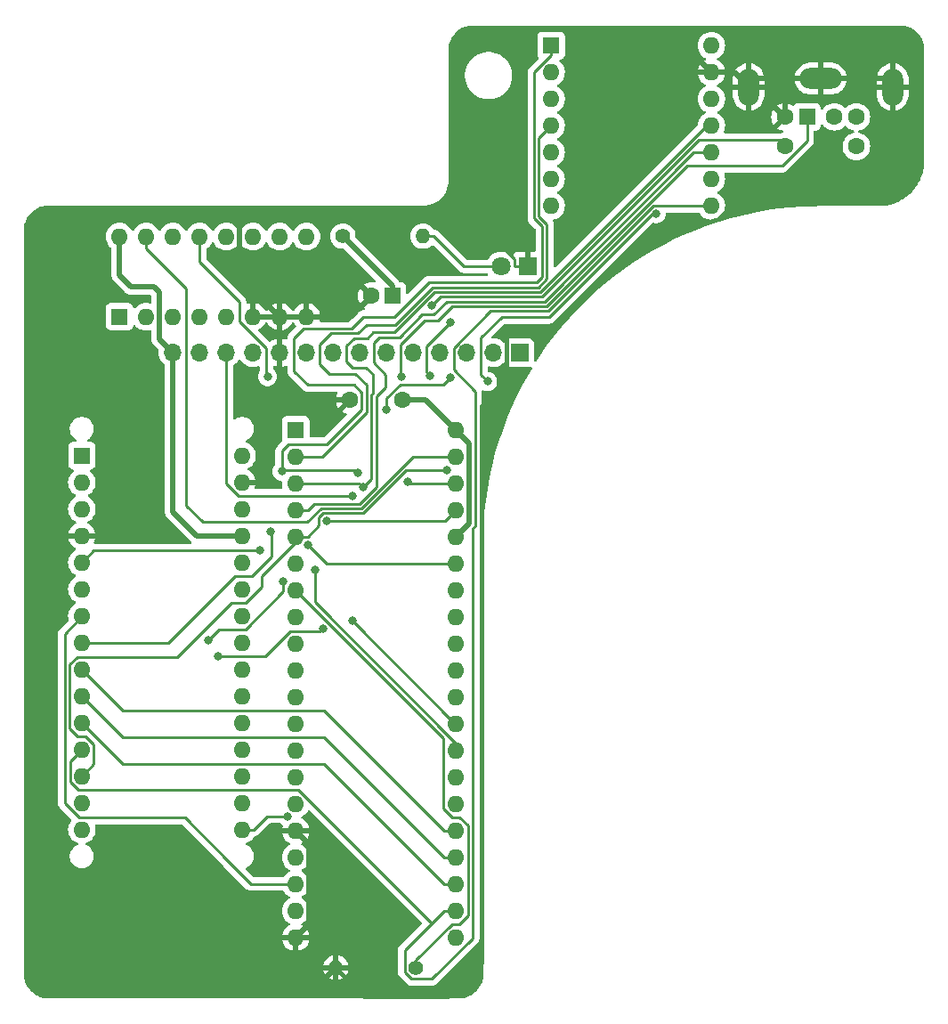
<source format=gbr>
%TF.GenerationSoftware,KiCad,Pcbnew,8.0.5*%
%TF.CreationDate,2024-10-27T18:20:28+00:00*%
%TF.ProjectId,Oric-PS2USB,4f726963-2d50-4533-9255-53422e6b6963,rev?*%
%TF.SameCoordinates,Original*%
%TF.FileFunction,Copper,L2,Bot*%
%TF.FilePolarity,Positive*%
%FSLAX46Y46*%
G04 Gerber Fmt 4.6, Leading zero omitted, Abs format (unit mm)*
G04 Created by KiCad (PCBNEW 8.0.5) date 2024-10-27 18:20:28*
%MOMM*%
%LPD*%
G01*
G04 APERTURE LIST*
%TA.AperFunction,ComponentPad*%
%ADD10R,1.600000X1.600000*%
%TD*%
%TA.AperFunction,ComponentPad*%
%ADD11O,1.600000X1.600000*%
%TD*%
%TA.AperFunction,ComponentPad*%
%ADD12R,1.800000X1.800000*%
%TD*%
%TA.AperFunction,ComponentPad*%
%ADD13C,1.800000*%
%TD*%
%TA.AperFunction,ComponentPad*%
%ADD14C,1.600000*%
%TD*%
%TA.AperFunction,ComponentPad*%
%ADD15O,2.000000X3.500000*%
%TD*%
%TA.AperFunction,ComponentPad*%
%ADD16O,4.000000X2.000000*%
%TD*%
%TA.AperFunction,ComponentPad*%
%ADD17C,1.400000*%
%TD*%
%TA.AperFunction,ComponentPad*%
%ADD18O,1.400000X1.400000*%
%TD*%
%TA.AperFunction,ComponentPad*%
%ADD19O,1.700000X1.700000*%
%TD*%
%TA.AperFunction,ComponentPad*%
%ADD20R,1.700000X1.700000*%
%TD*%
%TA.AperFunction,ViaPad*%
%ADD21C,0.800000*%
%TD*%
%TA.AperFunction,Conductor*%
%ADD22C,0.500000*%
%TD*%
%TA.AperFunction,Conductor*%
%ADD23C,0.400000*%
%TD*%
%TA.AperFunction,Conductor*%
%ADD24C,0.250000*%
%TD*%
G04 APERTURE END LIST*
D10*
%TO.P,U2,1,Pin_1*%
%TO.N,unconnected-(U2-Pin_1-Pad1)*%
X31820000Y-63080000D03*
D11*
%TO.P,U2,2,Pin_2*%
%TO.N,unconnected-(U2-Pin_2-Pad2)*%
X31820000Y-65620000D03*
%TO.P,U2,3,Pin_3*%
%TO.N,unconnected-(U2-Pin_3-Pad3)*%
X31820000Y-68160000D03*
%TO.P,U2,4,Pin_4*%
%TO.N,GND*%
X31820000Y-70700000D03*
%TO.P,U2,5,Pin_5*%
%TO.N,DATA*%
X31820000Y-73240000D03*
%TO.P,U2,6,Pin_6*%
%TO.N,PS2-CLK*%
X31820000Y-75780000D03*
%TO.P,U2,7,Pin_7*%
%TO.N,STROBE*%
X31820000Y-78320000D03*
%TO.P,U2,8,Pin_8*%
%TO.N,AY2*%
X31820000Y-80860000D03*
%TO.P,U2,9,Pin_9*%
%TO.N,AY1*%
X31820000Y-83400000D03*
%TO.P,U2,10,Pin_10*%
%TO.N,AY0*%
X31820000Y-85940000D03*
%TO.P,U2,11,Pin_11*%
%TO.N,AX2*%
X31820000Y-88480000D03*
%TO.P,U2,12,Pin_12*%
%TO.N,AX1*%
X31820000Y-91020000D03*
%TO.P,U2,13,Pin_13*%
%TO.N,AX0*%
X31820000Y-93560000D03*
%TO.P,U2,14,Pin_14*%
%TO.N,AX3*%
X31820000Y-96100000D03*
%TO.P,U2,15,Pin_15*%
%TO.N,PS2-DATA*%
X31820000Y-98640000D03*
%TO.P,U2,16,Pin_16*%
%TO.N,RESET*%
X47060000Y-98640000D03*
%TO.P,U2,17,Pin_17*%
%TO.N,unconnected-(U2-Pin_17-Pad17)*%
X47060000Y-96100000D03*
%TO.P,U2,18,Pin_18*%
%TO.N,unconnected-(U2-Pin_18-Pad18)*%
X47060000Y-93560000D03*
%TO.P,U2,19,Pin_19*%
%TO.N,unconnected-(U2-Pin_19-Pad19)*%
X47060000Y-91020000D03*
%TO.P,U2,20,Pin_20*%
%TO.N,unconnected-(U2-Pin_20-Pad20)*%
X47060000Y-88480000D03*
%TO.P,U2,21,Pin_21*%
%TO.N,unconnected-(U2-Pin_21-Pad21)*%
X47060000Y-85940000D03*
%TO.P,U2,22,Pin_22*%
%TO.N,unconnected-(U2-Pin_22-Pad22)*%
X47060000Y-83400000D03*
%TO.P,U2,23,Pin_23*%
%TO.N,unconnected-(U2-Pin_23-Pad23)*%
X47060000Y-80860000D03*
%TO.P,U2,24,Pin_24*%
%TO.N,unconnected-(U2-Pin_24-Pad24)*%
X47060000Y-78320000D03*
%TO.P,U2,25,Pin_25*%
%TO.N,unconnected-(U2-Pin_25-Pad25)*%
X47060000Y-75780000D03*
%TO.P,U2,26,Pin_26*%
%TO.N,unconnected-(U2-Pin_26-Pad26)*%
X47060000Y-73240000D03*
%TO.P,U2,27,Pin_27*%
%TO.N,+5V*%
X47060000Y-70700000D03*
%TO.P,U2,28,Pin_28*%
%TO.N,unconnected-(U2-Pin_28-Pad28)*%
X47060000Y-68160000D03*
%TO.P,U2,29,Pin_29*%
%TO.N,GND*%
X47060000Y-65620000D03*
%TO.P,U2,30,Pin_30*%
%TO.N,unconnected-(U2-Pin_30-Pad30)*%
X47060000Y-63080000D03*
%TD*%
D10*
%TO.P,U1,1,Pin_1*%
%TO.N,ROW3*%
X52160000Y-60640000D03*
D11*
%TO.P,U1,2,Pin_2*%
%TO.N,AY2*%
X52160000Y-63180000D03*
%TO.P,U1,3,Pin_3*%
%TO.N,RESET*%
X52160000Y-65720000D03*
%TO.P,U1,4,Pin_4*%
%TO.N,AX3*%
X52160000Y-68260000D03*
%TO.P,U1,5,Pin_5*%
%TO.N,AX0*%
X52160000Y-70800000D03*
%TO.P,U1,6,Pin_6*%
%TO.N,unconnected-(U1-Pin_6-Pad6)*%
X52160000Y-73340000D03*
%TO.P,U1,7,Pin_7*%
%TO.N,FLOAT*%
X52160000Y-75880000D03*
%TO.P,U1,8,Pin_8*%
%TO.N,COL6*%
X52160000Y-78420000D03*
%TO.P,U1,9,Pin_9*%
%TO.N,COL7*%
X52160000Y-80960000D03*
%TO.P,U1,10,Pin_10*%
%TO.N,unconnected-(U1-Pin_10-Pad10)*%
X52160000Y-83500000D03*
%TO.P,U1,11,Pin_11*%
%TO.N,unconnected-(U1-Pin_11-Pad11)*%
X52160000Y-86040000D03*
%TO.P,U1,12,Pin_12*%
%TO.N,unconnected-(U1-Pin_12-Pad12)*%
X52160000Y-88580000D03*
%TO.P,U1,13,Pin_13*%
%TO.N,unconnected-(U1-Pin_13-Pad13)*%
X52160000Y-91120000D03*
%TO.P,U1,14,Pin_14*%
%TO.N,unconnected-(U1-Pin_14-Pad14)*%
X52160000Y-93660000D03*
%TO.P,U1,15,Pin_15*%
%TO.N,ROW7*%
X52160000Y-96200000D03*
%TO.P,U1,16,Pin_16*%
%TO.N,GND*%
X52160000Y-98740000D03*
%TO.P,U1,17,Pin_17*%
%TO.N,ROW6*%
X52160000Y-101280000D03*
%TO.P,U1,18,Pin_18*%
%TO.N,STROBE*%
X52160000Y-103820000D03*
%TO.P,U1,19,Pin_19*%
%TO.N,ROW5*%
X52160000Y-106360000D03*
%TO.P,U1,20,Pin_20*%
%TO.N,GND*%
X52160000Y-108900000D03*
%TO.P,U1,21,Pin_21*%
%TO.N,ROW4*%
X67400000Y-108900000D03*
%TO.P,U1,22,Pin_22*%
%TO.N,AX1*%
X67400000Y-106360000D03*
%TO.P,U1,23,Pin_23*%
%TO.N,AX2*%
X67400000Y-103820000D03*
%TO.P,U1,24,Pin_24*%
%TO.N,AY0*%
X67400000Y-101280000D03*
%TO.P,U1,25,Pin_25*%
%TO.N,AY1*%
X67400000Y-98740000D03*
%TO.P,U1,26,Pin_26*%
%TO.N,unconnected-(U1-Pin_26-Pad26)*%
X67400000Y-96200000D03*
%TO.P,U1,27,Pin_27*%
%TO.N,unconnected-(U1-Pin_27-Pad27)*%
X67400000Y-93660000D03*
%TO.P,U1,28,Pin_28*%
%TO.N,COL5*%
X67400000Y-91120000D03*
%TO.P,U1,29,Pin_29*%
%TO.N,COL4*%
X67400000Y-88580000D03*
%TO.P,U1,30,Pin_30*%
%TO.N,COL3*%
X67400000Y-86040000D03*
%TO.P,U1,31,Pin_31*%
%TO.N,COL2*%
X67400000Y-83500000D03*
%TO.P,U1,32,Pin_32*%
%TO.N,COL1*%
X67400000Y-80960000D03*
%TO.P,U1,33,Pin_33*%
%TO.N,COL0*%
X67400000Y-78420000D03*
%TO.P,U1,34,Pin_34*%
%TO.N,unconnected-(U1-Pin_34-Pad34)*%
X67400000Y-75880000D03*
%TO.P,U1,35,Pin_35*%
%TO.N,ROW0*%
X67400000Y-73340000D03*
%TO.P,U1,36,Pin_36*%
%TO.N,+5V*%
X67400000Y-70800000D03*
%TO.P,U1,37,Pin_37*%
%TO.N,ROW1*%
X67400000Y-68260000D03*
%TO.P,U1,38,Pin_38*%
%TO.N,DATA*%
X67400000Y-65720000D03*
%TO.P,U1,39,Pin_39*%
%TO.N,ROW2*%
X67400000Y-63180000D03*
%TO.P,U1,40,Pin_40*%
%TO.N,+5V*%
X67400000Y-60640000D03*
%TD*%
D12*
%TO.P,D17,1,K*%
%TO.N,GND*%
X74215000Y-45100000D03*
D13*
%TO.P,D17,2,A*%
%TO.N,Net-(D17-A)*%
X71675000Y-45100000D03*
%TD*%
D10*
%TO.P,J3,1*%
%TO.N,PS2-DATA*%
X100790000Y-30870000D03*
D14*
%TO.P,J3,2*%
%TO.N,unconnected-(J3-Pad2)*%
X103390000Y-30870000D03*
%TO.P,J3,3*%
%TO.N,GND*%
X98690000Y-30870000D03*
%TO.P,J3,4*%
%TO.N,+5V*%
X105490000Y-30870000D03*
%TO.P,J3,5*%
%TO.N,PS2-CLK*%
X98690000Y-33670000D03*
%TO.P,J3,6*%
%TO.N,unconnected-(J3-Pad6)*%
X105490000Y-33670000D03*
D15*
%TO.P,J3,7*%
%TO.N,GND*%
X108940000Y-28020000D03*
D16*
X102090000Y-27220000D03*
D15*
X95240000Y-28020000D03*
%TD*%
D10*
%TO.P,U3,1,X4*%
%TO.N,ROW4*%
X35400000Y-49870000D03*
D11*
%TO.P,U3,2,X6*%
%TO.N,ROW6*%
X37940000Y-49870000D03*
%TO.P,U3,3,X*%
%TO.N,COM*%
X40480000Y-49870000D03*
%TO.P,U3,4,X7*%
%TO.N,ROW7*%
X43020000Y-49870000D03*
%TO.P,U3,5,X5*%
%TO.N,ROW5*%
X45560000Y-49870000D03*
%TO.P,U3,6,Inh*%
%TO.N,GND*%
X48100000Y-49870000D03*
%TO.P,U3,7,VEE*%
X50640000Y-49870000D03*
%TO.P,U3,8,VSS*%
X53180000Y-49870000D03*
%TO.P,U3,9,C*%
%TO.N,Net-(PL1-ROW2)*%
X53180000Y-42250000D03*
%TO.P,U3,10,B*%
%TO.N,Net-(PL1-ROW1)*%
X50640000Y-42250000D03*
%TO.P,U3,11,A*%
%TO.N,Net-(PL1-ROW0)*%
X48100000Y-42250000D03*
%TO.P,U3,12,X3*%
%TO.N,ROW3*%
X45560000Y-42250000D03*
%TO.P,U3,13,X0*%
%TO.N,ROW0*%
X43020000Y-42250000D03*
%TO.P,U3,14,X1*%
%TO.N,ROW1*%
X40480000Y-42250000D03*
%TO.P,U3,15,X2*%
%TO.N,ROW2*%
X37940000Y-42250000D03*
%TO.P,U3,16,VDD*%
%TO.N,+5V*%
X35400000Y-42250000D03*
%TD*%
D17*
%TO.P,R1,1*%
%TO.N,+5V*%
X56640000Y-42210000D03*
D18*
%TO.P,R1,2*%
%TO.N,Net-(D17-A)*%
X64260000Y-42210000D03*
%TD*%
D19*
%TO.P,PL1,14,VCC*%
%TO.N,+5V*%
X40470000Y-53280000D03*
%TO.P,PL1,13,IDK*%
%TO.N,COM*%
X43010000Y-53280000D03*
%TO.P,PL1,12,COL4*%
%TO.N,COL4*%
X45550000Y-53280000D03*
%TO.P,PL1,11,COL5*%
%TO.N,COL5*%
X48090000Y-53280000D03*
%TO.P,PL1,10,GND*%
%TO.N,GND*%
X50630000Y-53280000D03*
%TO.P,PL1,9,COL6*%
%TO.N,COL6*%
X53170000Y-53280000D03*
%TO.P,PL1,8,ROW0*%
%TO.N,Net-(PL1-ROW0)*%
X55710000Y-53280000D03*
%TO.P,PL1,7,ROW1*%
%TO.N,Net-(PL1-ROW1)*%
X58250000Y-53280000D03*
%TO.P,PL1,6,ROW2*%
%TO.N,Net-(PL1-ROW2)*%
X60790000Y-53280000D03*
%TO.P,PL1,5,COL7*%
%TO.N,COL7*%
X63330000Y-53280000D03*
%TO.P,PL1,4,COL3*%
%TO.N,COL3*%
X65870000Y-53280000D03*
%TO.P,PL1,3,COL2*%
%TO.N,COL2*%
X68410000Y-53280000D03*
%TO.P,PL1,2,COL1*%
%TO.N,COL1*%
X70950000Y-53280000D03*
D20*
%TO.P,PL1,1,COL0*%
%TO.N,COL0*%
X73490000Y-53280000D03*
%TD*%
D10*
%TO.P,U7,1,Pin_1*%
%TO.N,DATA*%
X76460000Y-24090000D03*
D11*
%TO.P,U7,2,Pin_2*%
%TO.N,unconnected-(U7-Pin_2-Pad2)*%
X76460000Y-26630000D03*
%TO.P,U7,3,Pin_3*%
%TO.N,STROBE*%
X76460000Y-29170000D03*
%TO.P,U7,4,Pin_4*%
%TO.N,AY2*%
X76460000Y-31710000D03*
%TO.P,U7,5,Pin_5*%
%TO.N,AY1*%
X76460000Y-34250000D03*
%TO.P,U7,6,Pin_6*%
%TO.N,AY0*%
X76460000Y-36790000D03*
%TO.P,U7,7,Pin_7*%
%TO.N,AX2*%
X76460000Y-39330000D03*
%TO.P,U7,8,Pin_8*%
%TO.N,AX1*%
X91700000Y-39330000D03*
%TO.P,U7,9,Pin_9*%
%TO.N,AX0*%
X91700000Y-36790000D03*
%TO.P,U7,10,Pin_10*%
%TO.N,AX3*%
X91700000Y-34250000D03*
%TO.P,U7,11,Pin_11*%
%TO.N,RESET*%
X91700000Y-31710000D03*
%TO.P,U7,12,Pin_12*%
%TO.N,unconnected-(U7-Pin_12-Pad12)*%
X91700000Y-29170000D03*
%TO.P,U7,13,Pin_13*%
%TO.N,GND*%
X91700000Y-26630000D03*
%TO.P,U7,14,Pin_14*%
%TO.N,+5V*%
X91700000Y-24090000D03*
%TD*%
D10*
%TO.P,C2,1*%
%TO.N,+5V*%
X61360000Y-47890000D03*
D14*
%TO.P,C2,2*%
%TO.N,GND*%
X59360000Y-47890000D03*
%TD*%
%TO.P,C1,1*%
%TO.N,GND*%
X57285000Y-57780000D03*
%TO.P,C1,2*%
%TO.N,+5V*%
X62285000Y-57780000D03*
%TD*%
D17*
%TO.P,R2,1*%
%TO.N,FLOAT*%
X63595000Y-111770000D03*
D18*
%TO.P,R2,2*%
%TO.N,GND*%
X55975000Y-111770000D03*
%TD*%
D21*
%TO.N,AX0*%
X86446143Y-40091143D03*
%TO.N,ROW0*%
X49480000Y-55570000D03*
X53351800Y-71609200D03*
%TO.N,ROW1*%
X55067400Y-69271500D03*
%TO.N,COL4*%
X57545700Y-66914600D03*
X57545700Y-78788600D03*
%TO.N,COL5*%
X53978800Y-73945600D03*
%TO.N,PS2-DATA*%
X54752347Y-79497653D03*
X44760000Y-82130000D03*
X62240000Y-55540000D03*
%TO.N,PS2-CLK*%
X65115247Y-48805247D03*
%TO.N,AY2*%
X49810000Y-70280000D03*
%TO.N,RESET*%
X58547996Y-66113700D03*
X51348300Y-97377900D03*
%TO.N,AX3*%
X43870000Y-80610000D03*
X50992900Y-75032400D03*
%TO.N,AX0*%
X66527600Y-64496300D03*
X70402800Y-56035400D03*
%TO.N,AX2*%
X60814000Y-58689300D03*
X66880000Y-55660000D03*
%TO.N,AY1*%
X64946200Y-55467300D03*
X66910000Y-50430000D03*
%TO.N,DATA*%
X58060000Y-64750000D03*
X50870000Y-64580000D03*
X48720000Y-72113300D03*
X62812800Y-65530000D03*
%TD*%
D22*
%TO.N,GND*%
X66945300Y-38054700D02*
X66940000Y-38054700D01*
X66940000Y-38054700D02*
X66777600Y-38217100D01*
X67470000Y-24710000D02*
X67470000Y-37530000D01*
X67470000Y-37530000D02*
X66945300Y-38054700D01*
X87500000Y-22430000D02*
X69750000Y-22430000D01*
X91700000Y-26630000D02*
X87500000Y-22430000D01*
X69750000Y-22430000D02*
X67470000Y-24710000D01*
D23*
X108940000Y-33170000D02*
X108940000Y-28020000D01*
X103670000Y-37550000D02*
X108940000Y-33170000D01*
X102170000Y-37550000D02*
X103670000Y-37550000D01*
X92385939Y-40623934D02*
X93434937Y-39574937D01*
X93434937Y-39574937D02*
X102170000Y-37550000D01*
X87980000Y-40980000D02*
X90980000Y-40980000D01*
X76508657Y-51160000D02*
X85739328Y-41929328D01*
X85739328Y-41929328D02*
X87980000Y-40980000D01*
X90980000Y-40980000D02*
X92385939Y-40623934D01*
X72410000Y-51160000D02*
X76508657Y-51160000D01*
X72240000Y-55970000D02*
X72240000Y-51330000D01*
X69807565Y-58402435D02*
X72240000Y-55970000D01*
X66640000Y-114482441D02*
X69810000Y-111312441D01*
X69810000Y-109990000D02*
X69807565Y-109987565D01*
X69807565Y-109987565D02*
X69807565Y-58402435D01*
X72240000Y-51330000D02*
X72410000Y-51160000D01*
X58687441Y-114482441D02*
X66640000Y-114482441D01*
X55975000Y-111770000D02*
X58687441Y-114482441D01*
X69810000Y-111312441D02*
X69810000Y-109990000D01*
D24*
%TO.N,AX0*%
X69775000Y-51875000D02*
X69775000Y-55407600D01*
X71745550Y-49904450D02*
X69775000Y-51875000D01*
X76243926Y-49904450D02*
X71745550Y-49904450D01*
X69775000Y-55407600D02*
X70402800Y-56035400D01*
X86446143Y-40091143D02*
X86057233Y-40091143D01*
X86057233Y-40091143D02*
X76243926Y-49904450D01*
%TO.N,AX1*%
X62531100Y-110102200D02*
X65109800Y-107523500D01*
X62531100Y-112184000D02*
X62531100Y-110102200D01*
X63185900Y-112838800D02*
X62531100Y-112184000D01*
X65123600Y-112838800D02*
X63185900Y-112838800D01*
X69005500Y-108956900D02*
X65123600Y-112838800D01*
X69005500Y-70007673D02*
X69005500Y-108956900D01*
X69225000Y-69788173D02*
X69005500Y-70007673D01*
X69225000Y-56979695D02*
X69225000Y-69788173D01*
X67180305Y-54935000D02*
X69225000Y-56979695D01*
X70696699Y-49331600D02*
X67180000Y-52848299D01*
X67180000Y-54935000D02*
X67180305Y-54935000D01*
X86181980Y-39330000D02*
X76180380Y-49331600D01*
X91700000Y-39330000D02*
X86181980Y-39330000D01*
X67180000Y-52848299D02*
X67180000Y-54935000D01*
X76180380Y-49331600D02*
X70696699Y-49331600D01*
%TO.N,PS2-DATA*%
X62155000Y-52515000D02*
X62155000Y-55455000D01*
X64430000Y-50240000D02*
X62155000Y-52515000D01*
X98445700Y-35520000D02*
X89355584Y-35520000D01*
X65700000Y-50240000D02*
X64430000Y-50240000D01*
X100790000Y-33175700D02*
X98445700Y-35520000D01*
X62155000Y-55455000D02*
X62240000Y-55540000D01*
X89355584Y-35520000D02*
X75993984Y-48881600D01*
X67058400Y-48881600D02*
X65700000Y-50240000D01*
X75993984Y-48881600D02*
X67058400Y-48881600D01*
X100790000Y-30870000D02*
X100790000Y-33175700D01*
%TO.N,AX3*%
X53286700Y-68260000D02*
X52160000Y-68260000D01*
X53905300Y-67641400D02*
X53286700Y-68260000D01*
X59830200Y-66056804D02*
X58245604Y-67641400D01*
X59830200Y-57469000D02*
X59830200Y-66056804D01*
X60704600Y-55374600D02*
X60704600Y-56594600D01*
X60704600Y-56594600D02*
X59830200Y-57469000D01*
X59580000Y-52350000D02*
X59580000Y-54250000D01*
X60122406Y-51807594D02*
X59580000Y-52350000D01*
X59580000Y-54250000D02*
X60704600Y-55374600D01*
X66517400Y-48428400D02*
X65267900Y-49677900D01*
X64179694Y-49677900D02*
X62050000Y-51807594D01*
X58245604Y-67641400D02*
X53905300Y-67641400D01*
X75810788Y-48428400D02*
X66517400Y-48428400D01*
X65267900Y-49677900D02*
X64179694Y-49677900D01*
X89989188Y-34250000D02*
X75810788Y-48428400D01*
X62050000Y-51807594D02*
X60122406Y-51807594D01*
X91700000Y-34250000D02*
X89989188Y-34250000D01*
%TO.N,PS2-CLK*%
X98086200Y-33066200D02*
X98690000Y-33670000D01*
X90536592Y-33066200D02*
X98086200Y-33066200D01*
X75624392Y-47978400D02*
X90536592Y-33066200D01*
X65942094Y-47978400D02*
X75624392Y-47978400D01*
X65115247Y-48805247D02*
X65942094Y-47978400D01*
%TO.N,RESET*%
X59380200Y-57282604D02*
X59380200Y-65281496D01*
X59490000Y-57172804D02*
X59380200Y-57282604D01*
X59490000Y-55350000D02*
X59490000Y-57172804D01*
X57540000Y-54700000D02*
X58840000Y-54700000D01*
X56980000Y-54140000D02*
X57540000Y-54700000D01*
X56980000Y-52620000D02*
X56980000Y-54140000D01*
X58840000Y-54700000D02*
X59490000Y-55350000D01*
X57690000Y-51910000D02*
X56980000Y-52620000D01*
X61537594Y-51357594D02*
X59522406Y-51357594D01*
X65366788Y-47528400D02*
X61537594Y-51357594D01*
X75437996Y-47528400D02*
X65366788Y-47528400D01*
X59380200Y-65281496D02*
X58547996Y-66113700D01*
X91256396Y-31710000D02*
X75437996Y-47528400D01*
X59522406Y-51357594D02*
X58970000Y-51910000D01*
X58970000Y-51910000D02*
X57690000Y-51910000D01*
X91700000Y-31710000D02*
X91256396Y-31710000D01*
%TO.N,AY1*%
X64630000Y-52710000D02*
X64630000Y-55151100D01*
X66910000Y-50430000D02*
X64630000Y-52710000D01*
X64630000Y-55151100D02*
X64946200Y-55467300D01*
%TO.N,AY2*%
X58890603Y-50639397D02*
X58070000Y-51460000D01*
X61619397Y-50639397D02*
X58890603Y-50639397D01*
X58070000Y-51460000D02*
X55529999Y-51460000D01*
X65180393Y-47078400D02*
X61619397Y-50639397D01*
%TO.N,DATA*%
X58615000Y-49885000D02*
X57490000Y-51010000D01*
X57490000Y-51010000D02*
X52920000Y-51010000D01*
X61575000Y-49885000D02*
X58615000Y-49885000D01*
X64840000Y-46620000D02*
X61575000Y-49885000D01*
%TO.N,AY2*%
X57850000Y-55280000D02*
X58930000Y-56360000D01*
X55390000Y-55280000D02*
X57850000Y-55280000D01*
X54460000Y-54350000D02*
X55390000Y-55280000D01*
X54460000Y-52529999D02*
X54460000Y-54350000D01*
X55529999Y-51460000D02*
X54460000Y-52529999D01*
X76060000Y-46270000D02*
X75251600Y-47078400D01*
X76060000Y-41075000D02*
X76060000Y-46270000D01*
X58930000Y-56360000D02*
X58930000Y-57840000D01*
X75251600Y-47078400D02*
X65180393Y-47078400D01*
X75288700Y-32881300D02*
X75288700Y-40303700D01*
X76460000Y-31710000D02*
X75288700Y-32881300D01*
X75288700Y-40303700D02*
X76060000Y-41075000D01*
%TO.N,DATA*%
X51500000Y-62000000D02*
X50870000Y-62630000D01*
X58410000Y-58730000D02*
X55140000Y-62000000D01*
X58410000Y-57060000D02*
X58410000Y-58730000D01*
X57720000Y-56370000D02*
X58410000Y-57060000D01*
X55140000Y-62000000D02*
X51500000Y-62000000D01*
X53320000Y-56370000D02*
X57720000Y-56370000D01*
X51995000Y-55045000D02*
X53320000Y-56370000D01*
X51995000Y-51935000D02*
X51995000Y-55045000D01*
X52920000Y-51010000D02*
X51995000Y-51935000D01*
X75610000Y-46080000D02*
X75070000Y-46620000D01*
X75610000Y-41261396D02*
X75610000Y-46080000D01*
X74838700Y-40490096D02*
X75610000Y-41261396D01*
X75070000Y-46620000D02*
X64840000Y-46620000D01*
X50870000Y-62630000D02*
X50870000Y-64580000D01*
X74838700Y-26660309D02*
X74838700Y-40490096D01*
X76460000Y-25039009D02*
X74838700Y-26660309D01*
X76460000Y-24090000D02*
X76460000Y-25039009D01*
D22*
%TO.N,GND*%
X29362500Y-39567500D02*
X26557600Y-42372400D01*
X46850000Y-46080000D02*
X46850000Y-39575000D01*
X108140000Y-27220000D02*
X108940000Y-28020000D01*
X26557600Y-42372400D02*
X26557600Y-70700000D01*
X98680000Y-27220000D02*
X96040000Y-27220000D01*
D24*
X74215000Y-45100000D02*
X72988300Y-45100000D01*
D22*
X50640000Y-49870000D02*
X50640000Y-53270000D01*
X48100000Y-49870000D02*
X50640000Y-49870000D01*
X52120000Y-114432000D02*
X53312600Y-114432000D01*
X46850000Y-39575000D02*
X46840000Y-39565000D01*
X50640000Y-49870000D02*
X53180000Y-49870000D01*
X98690000Y-27230000D02*
X98680000Y-27220000D01*
X102090000Y-27220000D02*
X108140000Y-27220000D01*
X63440000Y-39562600D02*
X46840000Y-39565000D01*
X26557600Y-111518000D02*
X29472400Y-114432000D01*
X53410000Y-99990000D02*
X52160000Y-98740000D01*
X96040000Y-27220000D02*
X95240000Y-28020000D01*
X57285000Y-57780000D02*
X50740000Y-57780000D01*
X50640000Y-49870000D02*
X46850000Y-46080000D01*
X91700000Y-26630000D02*
X93850000Y-26630000D01*
X53410000Y-107650000D02*
X53410000Y-99990000D01*
X48920000Y-59630000D02*
X48920000Y-65130000D01*
D24*
X72988300Y-44427800D02*
X72988300Y-45100000D01*
D22*
X65432100Y-39562600D02*
X63440000Y-39562600D01*
X93850000Y-26630000D02*
X95240000Y-28020000D01*
X53180000Y-49870000D02*
X57380000Y-49870000D01*
D24*
X66777600Y-38217100D02*
X72988300Y-44427800D01*
D22*
X102090000Y-27220000D02*
X98680000Y-27220000D01*
X66777600Y-38217100D02*
X65432100Y-39562600D01*
X53312600Y-114432000D02*
X55975000Y-111770000D01*
X50630000Y-53280000D02*
X50630000Y-57670000D01*
X46840000Y-39565000D02*
X29362500Y-39567500D01*
X31820000Y-70700000D02*
X26557600Y-70700000D01*
X98690000Y-30870000D02*
X98690000Y-27230000D01*
X48430000Y-65620000D02*
X47060000Y-65620000D01*
X50640000Y-53270000D02*
X50630000Y-53280000D01*
X52160000Y-108900000D02*
X53410000Y-107650000D01*
X57380000Y-49870000D02*
X59360000Y-47890000D01*
X29472400Y-114432000D02*
X52120000Y-114432000D01*
X50740000Y-57780000D02*
X50630000Y-57670000D01*
X26557600Y-70700000D02*
X26557600Y-111518000D01*
X50630000Y-57920000D02*
X48920000Y-59630000D01*
X52160000Y-108900000D02*
X52160000Y-114392000D01*
X48920000Y-65130000D02*
X48430000Y-65620000D01*
X50630000Y-57670000D02*
X50630000Y-57920000D01*
X52160000Y-114392000D02*
X52120000Y-114432000D01*
%TO.N,+5V*%
X62285000Y-57780000D02*
X64540000Y-57780000D01*
X40470000Y-53280000D02*
X39190000Y-52000000D01*
X68650000Y-61890000D02*
X67400000Y-60640000D01*
X64540000Y-57780000D02*
X67400000Y-60640000D01*
X40470000Y-53280000D02*
X40470000Y-68440000D01*
X61360000Y-46930000D02*
X56640000Y-42210000D01*
X67400000Y-70800000D02*
X68650000Y-69550000D01*
X40470000Y-68440000D02*
X42730000Y-70700000D01*
X39190000Y-47560000D02*
X38640000Y-47010000D01*
X42730000Y-70700000D02*
X47060000Y-70700000D01*
X36460000Y-47010000D02*
X35400000Y-45950000D01*
X35400000Y-45950000D02*
X35400000Y-42250000D01*
X61360000Y-47890000D02*
X61360000Y-46930000D01*
X39190000Y-52000000D02*
X39190000Y-47560000D01*
X68650000Y-69550000D02*
X68650000Y-61890000D01*
X38640000Y-47010000D02*
X36460000Y-47010000D01*
D24*
%TO.N,ROW0*%
X49360000Y-52843100D02*
X46830000Y-50313100D01*
X67400000Y-73340000D02*
X55082600Y-73340000D01*
X49480000Y-55570000D02*
X49360000Y-55450000D01*
X46830000Y-48455200D02*
X43020000Y-44645200D01*
X46830000Y-50313100D02*
X46830000Y-48455200D01*
X43020000Y-44645200D02*
X43020000Y-42250000D01*
X49360000Y-55450000D02*
X49360000Y-52843100D01*
X55082600Y-73340000D02*
X53351800Y-71609200D01*
%TO.N,ROW1*%
X66388500Y-69271500D02*
X55067400Y-69271500D01*
X67400000Y-68260000D02*
X66388500Y-69271500D01*
%TO.N,ROW2*%
X63343400Y-63180000D02*
X58430300Y-68093100D01*
X43317700Y-69407700D02*
X41740000Y-67830000D01*
X37940000Y-43376700D02*
X37940000Y-42250000D01*
X41740000Y-67830000D02*
X41740000Y-47176700D01*
X41740000Y-47176700D02*
X37940000Y-43376700D01*
X58430300Y-68093100D02*
X54579400Y-68093100D01*
X54579400Y-68093100D02*
X53264800Y-69407700D01*
X53264800Y-69407700D02*
X43317700Y-69407700D01*
X67400000Y-63180000D02*
X63343400Y-63180000D01*
%TO.N,COL4*%
X45550000Y-53280000D02*
X45550000Y-65712600D01*
X67337100Y-88580000D02*
X57545700Y-78788600D01*
X45550000Y-65712600D02*
X46752000Y-66914600D01*
X46752000Y-66914600D02*
X57545700Y-66914600D01*
X67400000Y-88580000D02*
X67337100Y-88580000D01*
%TO.N,COL5*%
X67400000Y-90415800D02*
X53978800Y-76994600D01*
X53978800Y-76994600D02*
X53978800Y-73945600D01*
X67400000Y-91120000D02*
X67400000Y-90415800D01*
%TO.N,PS2-DATA*%
X51617700Y-79815000D02*
X49302700Y-82130000D01*
X54752347Y-79497653D02*
X54435000Y-79815000D01*
X54435000Y-79815000D02*
X51617700Y-79815000D01*
X49302700Y-82130000D02*
X44760000Y-82130000D01*
%TO.N,FLOAT*%
X66210000Y-89930000D02*
X52160000Y-75880000D01*
X66210000Y-96661300D02*
X66210000Y-89930000D01*
X67743200Y-97470000D02*
X67018700Y-97470000D01*
X67003800Y-107630000D02*
X67764500Y-107630000D01*
X68555500Y-106839000D02*
X68555500Y-98282300D01*
X67018700Y-97470000D02*
X66210000Y-96661300D01*
X63595000Y-111770000D02*
X63595000Y-111038800D01*
X63595000Y-111038800D02*
X67003800Y-107630000D01*
X68555500Y-98282300D02*
X67743200Y-97470000D01*
X67764500Y-107630000D02*
X68555500Y-106839000D01*
%TO.N,AY2*%
X46380000Y-74510000D02*
X40030000Y-80860000D01*
X40030000Y-80860000D02*
X31820000Y-80860000D01*
X47977500Y-74510000D02*
X46380000Y-74510000D01*
X49810000Y-70280000D02*
X49820000Y-70290000D01*
X58930000Y-58930000D02*
X54680000Y-63180000D01*
X49820000Y-70290000D02*
X49820000Y-72667500D01*
X58930000Y-56950000D02*
X58930000Y-58930000D01*
X54680000Y-63180000D02*
X52160000Y-63180000D01*
X49820000Y-72667500D02*
X47977500Y-74510000D01*
%TO.N,RESET*%
X49448800Y-97377900D02*
X51348300Y-97377900D01*
X47060000Y-98640000D02*
X48186700Y-98640000D01*
X58547996Y-66113700D02*
X58154296Y-65720000D01*
X58154296Y-65720000D02*
X52160000Y-65720000D01*
X48186700Y-98640000D02*
X49448800Y-97377900D01*
%TO.N,AX3*%
X47393000Y-79590000D02*
X50992800Y-75990200D01*
X44890000Y-79590000D02*
X47393000Y-79590000D01*
X50992800Y-75990200D02*
X50992800Y-75032400D01*
X50992800Y-75032400D02*
X50992900Y-75032400D01*
X43870000Y-80610000D02*
X44890000Y-79590000D01*
%TO.N,AX0*%
X30667600Y-82958900D02*
X31422600Y-82203900D01*
X40916100Y-82203900D02*
X46070000Y-77050000D01*
X48937100Y-75551900D02*
X48937100Y-74502900D01*
X32959100Y-92420900D02*
X32959100Y-90532300D01*
X32959100Y-90532300D02*
X32176800Y-89750000D01*
X52160000Y-70800000D02*
X53286700Y-70800000D01*
X58617400Y-68544800D02*
X62665900Y-64496300D01*
X53286700Y-70800000D02*
X54340700Y-69746000D01*
X31820000Y-93560000D02*
X32959100Y-92420900D01*
X47439000Y-77050000D02*
X48937100Y-75551900D01*
X62665900Y-64496300D02*
X66527600Y-64496300D01*
X52160000Y-71280000D02*
X52160000Y-70800000D01*
X31435800Y-89750000D02*
X30667600Y-88981800D01*
X54340700Y-68970600D02*
X54766500Y-68544800D01*
X30667600Y-88981800D02*
X30667600Y-82958900D01*
X32176800Y-89750000D02*
X31435800Y-89750000D01*
X48937100Y-74502900D02*
X52160000Y-71280000D01*
X54340700Y-69746000D02*
X54340700Y-68970600D01*
X46070000Y-77050000D02*
X47439000Y-77050000D01*
X54766500Y-68544800D02*
X58617400Y-68544800D01*
X31422600Y-82203900D02*
X40916100Y-82203900D01*
%TO.N,STROBE*%
X31820000Y-78380000D02*
X30187500Y-80012500D01*
X41617500Y-97507500D02*
X45795000Y-101685000D01*
X30187500Y-80012500D02*
X30187500Y-96108500D01*
X47911020Y-103820000D02*
X52160000Y-103820000D01*
X31820000Y-78320000D02*
X31820000Y-78380000D01*
X45795000Y-101703980D02*
X47911020Y-103820000D01*
X30187500Y-96108500D02*
X31586500Y-97507500D01*
X45795000Y-101685000D02*
X45795000Y-101703980D01*
X31586500Y-97507500D02*
X41617500Y-97507500D01*
%TO.N,AX1*%
X30693300Y-92146700D02*
X31820000Y-91020000D01*
X65109800Y-107523500D02*
X66273300Y-106360000D01*
X30693300Y-94062400D02*
X30693300Y-92146700D01*
X65109800Y-107523500D02*
X52416300Y-94830000D01*
X67400000Y-106360000D02*
X66273300Y-106360000D01*
X31460900Y-94830000D02*
X30693300Y-94062400D01*
X52416300Y-94830000D02*
X31460900Y-94830000D01*
%TO.N,AX2*%
X62143900Y-56314500D02*
X60814000Y-57644400D01*
X66225500Y-56314500D02*
X62143900Y-56314500D01*
X67400000Y-103820000D02*
X66273300Y-103820000D01*
X54843300Y-92390000D02*
X35720000Y-92390000D01*
X35720000Y-92390000D02*
X31820000Y-88490000D01*
X66273300Y-103820000D02*
X54843300Y-92390000D01*
X31820000Y-88490000D02*
X31820000Y-88480000D01*
X60814000Y-57644400D02*
X60814000Y-58689300D01*
X66880000Y-55660000D02*
X66225500Y-56314500D01*
%TO.N,AY0*%
X54819400Y-89826100D02*
X66273300Y-101280000D01*
X66273300Y-101280000D02*
X67400000Y-101280000D01*
X35696100Y-89826100D02*
X54819400Y-89826100D01*
X31820000Y-85950000D02*
X35696100Y-89826100D01*
X31820000Y-85940000D02*
X31820000Y-85950000D01*
%TO.N,AY1*%
X66273300Y-98740000D02*
X67400000Y-98740000D01*
X35752500Y-87332500D02*
X54865800Y-87332500D01*
X31820000Y-83400000D02*
X35752500Y-87332500D01*
X54865800Y-87332500D02*
X66273300Y-98740000D01*
%TO.N,DATA*%
X48720000Y-72113300D02*
X32946700Y-72113300D01*
X63002800Y-65720000D02*
X62812800Y-65530000D01*
X67400000Y-65720000D02*
X63002800Y-65720000D01*
X57806234Y-64496234D02*
X58060000Y-64750000D01*
X32946700Y-72113300D02*
X31820000Y-73240000D01*
X50953766Y-64496234D02*
X57806234Y-64496234D01*
X50870000Y-64580000D02*
X50953766Y-64496234D01*
%TO.N,Net-(D17-A)*%
X71675000Y-45100000D02*
X68176700Y-45100000D01*
X68176700Y-45100000D02*
X65286700Y-42210000D01*
X64260000Y-42210000D02*
X65286700Y-42210000D01*
%TD*%
%TA.AperFunction,Conductor*%
%TO.N,GND*%
G36*
X109631361Y-22180016D02*
G01*
X109775789Y-22182314D01*
X109789983Y-22183358D01*
X110077369Y-22221188D01*
X110093266Y-22224350D01*
X110372290Y-22299109D01*
X110387648Y-22304322D01*
X110654532Y-22414865D01*
X110669079Y-22422039D01*
X110919242Y-22566466D01*
X110932721Y-22575471D01*
X111116983Y-22716857D01*
X111161902Y-22751324D01*
X111174097Y-22762019D01*
X111378353Y-22966271D01*
X111389048Y-22978466D01*
X111564895Y-23207631D01*
X111573907Y-23221117D01*
X111718344Y-23471285D01*
X111725516Y-23485829D01*
X111836063Y-23752709D01*
X111841275Y-23768061D01*
X111916040Y-24047087D01*
X111919204Y-24062996D01*
X111957034Y-24350345D01*
X111958080Y-24364589D01*
X111960341Y-24509040D01*
X111960356Y-24510981D01*
X111960356Y-35008892D01*
X111960347Y-35010389D01*
X111957842Y-35217891D01*
X111957254Y-35228549D01*
X111916499Y-35642302D01*
X111914713Y-35654339D01*
X111833748Y-36061360D01*
X111830791Y-36073164D01*
X111710322Y-36470284D01*
X111706223Y-36481742D01*
X111547403Y-36865160D01*
X111542200Y-36876160D01*
X111346568Y-37242155D01*
X111340312Y-37252592D01*
X111109750Y-37597649D01*
X111102501Y-37607423D01*
X110839229Y-37928216D01*
X110831057Y-37937233D01*
X110537602Y-38230686D01*
X110528585Y-38238858D01*
X110207789Y-38502126D01*
X110198015Y-38509374D01*
X109852948Y-38739939D01*
X109842525Y-38746187D01*
X109476512Y-38941823D01*
X109465517Y-38947023D01*
X109082113Y-39105833D01*
X109070656Y-39109933D01*
X108673514Y-39230404D01*
X108661710Y-39233360D01*
X108254696Y-39314319D01*
X108242659Y-39316105D01*
X107828897Y-39356857D01*
X107818264Y-39357445D01*
X107610734Y-39359991D01*
X107609213Y-39360000D01*
X102010000Y-39360000D01*
X101506557Y-39362246D01*
X101438779Y-39362549D01*
X100297083Y-39403325D01*
X99157585Y-39484822D01*
X98021678Y-39606945D01*
X96890892Y-39769528D01*
X95766598Y-39972373D01*
X94650293Y-40215210D01*
X93543355Y-40497739D01*
X92447191Y-40819603D01*
X91363257Y-41180370D01*
X90292828Y-41579619D01*
X89237358Y-42016810D01*
X88198204Y-42491375D01*
X87176586Y-43002761D01*
X86173913Y-43550262D01*
X85191393Y-44133218D01*
X84230346Y-44750845D01*
X83291917Y-45402407D01*
X82377374Y-46087025D01*
X81487819Y-46803874D01*
X80624430Y-47552006D01*
X79788283Y-48330485D01*
X78980485Y-49138283D01*
X78202006Y-49974430D01*
X77453874Y-50837819D01*
X76737025Y-51727374D01*
X76052407Y-52641917D01*
X75400845Y-53580346D01*
X75076815Y-54084547D01*
X75024011Y-54130302D01*
X74954853Y-54140246D01*
X74891297Y-54111221D01*
X74853523Y-54052443D01*
X74848500Y-54017508D01*
X74848500Y-52381362D01*
X74848499Y-52381345D01*
X74844672Y-52345759D01*
X74841989Y-52320799D01*
X74790889Y-52183796D01*
X74703261Y-52066739D01*
X74586204Y-51979111D01*
X74580914Y-51977138D01*
X74449203Y-51928011D01*
X74388654Y-51921500D01*
X74388638Y-51921500D01*
X72591362Y-51921500D01*
X72591345Y-51921500D01*
X72530797Y-51928011D01*
X72530795Y-51928011D01*
X72393795Y-51979111D01*
X72276739Y-52066739D01*
X72189111Y-52183795D01*
X72143861Y-52305111D01*
X72101989Y-52361044D01*
X72036524Y-52385460D01*
X71968252Y-52370607D01*
X71936454Y-52345762D01*
X71873240Y-52277094D01*
X71695576Y-52138811D01*
X71695575Y-52138810D01*
X71695572Y-52138808D01*
X71497580Y-52031661D01*
X71497577Y-52031659D01*
X71497574Y-52031658D01*
X71497571Y-52031657D01*
X71497569Y-52031656D01*
X71284637Y-51958556D01*
X71062569Y-51921500D01*
X70923765Y-51921500D01*
X70856726Y-51901815D01*
X70810971Y-51849011D01*
X70801027Y-51779853D01*
X70830052Y-51716297D01*
X70836084Y-51709819D01*
X71014736Y-51531168D01*
X71971636Y-50574269D01*
X72032959Y-50540784D01*
X72059317Y-50537950D01*
X76306321Y-50537950D01*
X76306322Y-50537949D01*
X76428711Y-50513605D01*
X76544001Y-50465850D01*
X76647759Y-50396521D01*
X86050675Y-40993603D01*
X86111996Y-40960120D01*
X86164132Y-40959996D01*
X86350656Y-40999643D01*
X86541630Y-40999643D01*
X86728431Y-40959937D01*
X86902895Y-40882261D01*
X87057396Y-40770009D01*
X87185183Y-40628087D01*
X87280670Y-40462699D01*
X87339685Y-40281071D01*
X87359647Y-40091143D01*
X87359647Y-40091139D01*
X87359647Y-40087500D01*
X87360242Y-40085471D01*
X87360326Y-40084679D01*
X87360470Y-40084694D01*
X87379332Y-40020461D01*
X87432136Y-39974706D01*
X87483647Y-39963500D01*
X90481648Y-39963500D01*
X90548687Y-39983185D01*
X90583220Y-40016373D01*
X90693802Y-40174300D01*
X90855700Y-40336198D01*
X91043251Y-40467523D01*
X91108050Y-40497739D01*
X91250750Y-40564281D01*
X91250752Y-40564281D01*
X91250757Y-40564284D01*
X91471913Y-40623543D01*
X91634832Y-40637796D01*
X91699998Y-40643498D01*
X91700000Y-40643498D01*
X91700002Y-40643498D01*
X91759231Y-40638316D01*
X91928087Y-40623543D01*
X92149243Y-40564284D01*
X92356749Y-40467523D01*
X92544300Y-40336198D01*
X92706198Y-40174300D01*
X92837523Y-39986749D01*
X92934284Y-39779243D01*
X92993543Y-39558087D01*
X93013498Y-39330000D01*
X93012409Y-39317558D01*
X93004784Y-39230404D01*
X92993543Y-39101913D01*
X92934284Y-38880757D01*
X92837523Y-38673251D01*
X92706198Y-38485700D01*
X92544300Y-38323802D01*
X92356749Y-38192477D01*
X92313655Y-38172382D01*
X92261215Y-38126210D01*
X92242063Y-38059017D01*
X92262278Y-37992136D01*
X92313655Y-37947618D01*
X92316882Y-37946112D01*
X92356749Y-37927523D01*
X92544300Y-37796198D01*
X92706198Y-37634300D01*
X92837523Y-37446749D01*
X92934284Y-37239243D01*
X92993543Y-37018087D01*
X93013498Y-36790000D01*
X92993543Y-36561913D01*
X92934284Y-36340757D01*
X92929223Y-36329905D01*
X92918731Y-36260830D01*
X92947249Y-36197046D01*
X93005725Y-36158805D01*
X93041605Y-36153500D01*
X98508095Y-36153500D01*
X98508096Y-36153499D01*
X98630485Y-36129155D01*
X98745775Y-36081400D01*
X98849533Y-36012071D01*
X101282071Y-33579533D01*
X101351400Y-33475775D01*
X101399155Y-33360485D01*
X101423500Y-33238094D01*
X101423500Y-33113306D01*
X101423500Y-32302500D01*
X101443185Y-32235461D01*
X101495989Y-32189706D01*
X101547500Y-32178500D01*
X101638638Y-32178500D01*
X101638654Y-32178499D01*
X101665692Y-32175591D01*
X101699201Y-32171989D01*
X101836204Y-32120889D01*
X101953261Y-32033261D01*
X102040889Y-31916204D01*
X102091989Y-31779201D01*
X102095591Y-31745692D01*
X102098499Y-31718654D01*
X102098500Y-31718637D01*
X102098500Y-31700123D01*
X102118185Y-31633084D01*
X102170989Y-31587329D01*
X102240147Y-31577385D01*
X102303703Y-31606410D01*
X102324071Y-31628995D01*
X102383802Y-31714300D01*
X102545700Y-31876198D01*
X102733251Y-32007523D01*
X102788445Y-32033260D01*
X102940750Y-32104281D01*
X102940752Y-32104281D01*
X102940757Y-32104284D01*
X103161913Y-32163543D01*
X103324832Y-32177796D01*
X103389998Y-32183498D01*
X103390000Y-32183498D01*
X103390002Y-32183498D01*
X103447139Y-32178499D01*
X103618087Y-32163543D01*
X103839243Y-32104284D01*
X104046749Y-32007523D01*
X104234300Y-31876198D01*
X104352319Y-31758179D01*
X104413642Y-31724694D01*
X104483334Y-31729678D01*
X104527681Y-31758179D01*
X104645700Y-31876198D01*
X104833251Y-32007523D01*
X104888445Y-32033260D01*
X105040750Y-32104281D01*
X105040752Y-32104281D01*
X105040757Y-32104284D01*
X105040761Y-32104285D01*
X105212210Y-32150225D01*
X105271870Y-32186590D01*
X105302399Y-32249437D01*
X105294104Y-32318813D01*
X105249619Y-32372691D01*
X105212210Y-32389775D01*
X105040761Y-32435714D01*
X105040750Y-32435718D01*
X104833254Y-32532475D01*
X104833252Y-32532476D01*
X104802079Y-32554304D01*
X104645700Y-32663802D01*
X104645698Y-32663803D01*
X104645695Y-32663806D01*
X104483806Y-32825695D01*
X104483803Y-32825698D01*
X104483802Y-32825700D01*
X104411490Y-32928972D01*
X104352476Y-33013252D01*
X104352475Y-33013254D01*
X104255718Y-33220750D01*
X104255714Y-33220761D01*
X104196457Y-33441910D01*
X104196456Y-33441918D01*
X104176502Y-33669998D01*
X104176502Y-33670001D01*
X104196456Y-33898081D01*
X104196457Y-33898089D01*
X104255714Y-34119238D01*
X104255718Y-34119249D01*
X104316689Y-34250001D01*
X104352477Y-34326749D01*
X104483802Y-34514300D01*
X104645700Y-34676198D01*
X104833251Y-34807523D01*
X104847165Y-34814011D01*
X105040750Y-34904281D01*
X105040752Y-34904281D01*
X105040757Y-34904284D01*
X105261913Y-34963543D01*
X105424832Y-34977796D01*
X105489998Y-34983498D01*
X105490000Y-34983498D01*
X105490002Y-34983498D01*
X105547021Y-34978509D01*
X105718087Y-34963543D01*
X105939243Y-34904284D01*
X106146749Y-34807523D01*
X106334300Y-34676198D01*
X106496198Y-34514300D01*
X106627523Y-34326749D01*
X106724284Y-34119243D01*
X106783543Y-33898087D01*
X106803498Y-33670000D01*
X106783543Y-33441913D01*
X106724284Y-33220757D01*
X106627523Y-33013251D01*
X106496198Y-32825700D01*
X106334300Y-32663802D01*
X106146749Y-32532477D01*
X106146745Y-32532475D01*
X105939249Y-32435718D01*
X105939238Y-32435714D01*
X105820482Y-32403894D01*
X105767788Y-32389774D01*
X105708129Y-32353410D01*
X105677600Y-32290563D01*
X105685895Y-32221187D01*
X105730380Y-32167310D01*
X105767787Y-32150225D01*
X105939243Y-32104284D01*
X106146749Y-32007523D01*
X106334300Y-31876198D01*
X106496198Y-31714300D01*
X106627523Y-31526749D01*
X106724284Y-31319243D01*
X106783543Y-31098087D01*
X106803498Y-30870000D01*
X106803121Y-30865695D01*
X106788958Y-30703806D01*
X106783543Y-30641913D01*
X106724284Y-30420757D01*
X106627523Y-30213251D01*
X106496198Y-30025700D01*
X106334300Y-29863802D01*
X106146749Y-29732477D01*
X106146745Y-29732475D01*
X105939249Y-29635718D01*
X105939238Y-29635714D01*
X105718089Y-29576457D01*
X105718081Y-29576456D01*
X105490002Y-29556502D01*
X105489998Y-29556502D01*
X105261918Y-29576456D01*
X105261910Y-29576457D01*
X105040761Y-29635714D01*
X105040750Y-29635718D01*
X104833254Y-29732475D01*
X104833252Y-29732476D01*
X104812244Y-29747186D01*
X104645700Y-29863802D01*
X104645698Y-29863803D01*
X104645695Y-29863806D01*
X104527681Y-29981821D01*
X104466358Y-30015306D01*
X104396666Y-30010322D01*
X104352319Y-29981821D01*
X104234304Y-29863806D01*
X104234300Y-29863802D01*
X104046749Y-29732477D01*
X104046745Y-29732475D01*
X103839249Y-29635718D01*
X103839238Y-29635714D01*
X103618089Y-29576457D01*
X103618081Y-29576456D01*
X103390002Y-29556502D01*
X103389998Y-29556502D01*
X103161918Y-29576456D01*
X103161910Y-29576457D01*
X102940761Y-29635714D01*
X102940750Y-29635718D01*
X102733254Y-29732475D01*
X102733252Y-29732476D01*
X102712244Y-29747186D01*
X102545700Y-29863802D01*
X102545698Y-29863803D01*
X102545695Y-29863806D01*
X102383806Y-30025695D01*
X102383803Y-30025698D01*
X102383802Y-30025700D01*
X102324073Y-30111001D01*
X102269497Y-30154625D01*
X102199999Y-30161817D01*
X102137644Y-30130295D01*
X102102231Y-30070065D01*
X102098500Y-30039876D01*
X102098500Y-30021362D01*
X102098499Y-30021345D01*
X102094249Y-29981821D01*
X102091989Y-29960799D01*
X102040889Y-29823796D01*
X101953261Y-29706739D01*
X101836204Y-29619111D01*
X101699203Y-29568011D01*
X101638654Y-29561500D01*
X101638638Y-29561500D01*
X99941362Y-29561500D01*
X99941345Y-29561500D01*
X99880797Y-29568011D01*
X99880795Y-29568011D01*
X99743795Y-29619111D01*
X99626738Y-29706739D01*
X99584699Y-29762897D01*
X99528765Y-29804767D01*
X99459073Y-29809751D01*
X99414309Y-29790160D01*
X99342482Y-29739865D01*
X99136326Y-29643734D01*
X99136317Y-29643730D01*
X98916610Y-29584860D01*
X98916599Y-29584858D01*
X98690002Y-29565034D01*
X98689998Y-29565034D01*
X98463400Y-29584858D01*
X98463389Y-29584860D01*
X98243682Y-29643730D01*
X98243673Y-29643734D01*
X98037516Y-29739866D01*
X98037512Y-29739868D01*
X97964526Y-29790973D01*
X97964526Y-29790974D01*
X98643553Y-30470000D01*
X98637339Y-30470000D01*
X98535606Y-30497259D01*
X98444394Y-30549920D01*
X98369920Y-30624394D01*
X98317259Y-30715606D01*
X98290000Y-30817339D01*
X98290000Y-30823552D01*
X97610974Y-30144526D01*
X97610973Y-30144526D01*
X97559868Y-30217512D01*
X97559866Y-30217516D01*
X97463734Y-30423673D01*
X97463730Y-30423682D01*
X97404860Y-30643389D01*
X97404858Y-30643400D01*
X97385034Y-30869997D01*
X97385034Y-30870002D01*
X97404858Y-31096599D01*
X97404860Y-31096610D01*
X97463730Y-31316317D01*
X97463735Y-31316331D01*
X97559863Y-31522478D01*
X97610974Y-31595472D01*
X98290000Y-30916446D01*
X98290000Y-30922661D01*
X98317259Y-31024394D01*
X98369920Y-31115606D01*
X98444394Y-31190080D01*
X98535606Y-31242741D01*
X98637339Y-31270000D01*
X98643551Y-31270000D01*
X97964526Y-31949025D01*
X98037513Y-32000132D01*
X98037521Y-32000136D01*
X98243668Y-32096264D01*
X98243682Y-32096269D01*
X98428629Y-32145825D01*
X98488290Y-32182190D01*
X98518819Y-32245037D01*
X98510524Y-32314412D01*
X98466039Y-32368290D01*
X98428630Y-32385375D01*
X98235878Y-32437023D01*
X98179595Y-32438866D01*
X98148594Y-32432700D01*
X93001410Y-32432700D01*
X92934371Y-32413015D01*
X92888616Y-32360211D01*
X92878672Y-32291053D01*
X92889028Y-32256296D01*
X92932279Y-32163542D01*
X92934284Y-32159243D01*
X92993543Y-31938087D01*
X93012742Y-31718637D01*
X93013498Y-31710001D01*
X93013498Y-31709998D01*
X93001896Y-31577385D01*
X92993543Y-31481913D01*
X92934284Y-31260757D01*
X92837523Y-31053251D01*
X92706198Y-30865700D01*
X92544300Y-30703802D01*
X92356749Y-30572477D01*
X92343030Y-30566080D01*
X92313655Y-30552382D01*
X92261215Y-30506210D01*
X92242063Y-30439017D01*
X92262278Y-30372136D01*
X92313655Y-30327618D01*
X92316882Y-30326112D01*
X92356749Y-30307523D01*
X92544300Y-30176198D01*
X92706198Y-30014300D01*
X92837523Y-29826749D01*
X92934284Y-29619243D01*
X92993543Y-29398087D01*
X93010647Y-29202583D01*
X93013498Y-29170001D01*
X93013498Y-29169998D01*
X92995387Y-28962993D01*
X92993543Y-28941913D01*
X92934284Y-28720757D01*
X92837523Y-28513251D01*
X92706198Y-28325700D01*
X92544300Y-28163802D01*
X92356749Y-28032477D01*
X92303596Y-28007691D01*
X92251158Y-27961519D01*
X92232007Y-27894325D01*
X92252223Y-27827444D01*
X92303600Y-27782927D01*
X92352483Y-27760133D01*
X92538820Y-27629657D01*
X92699657Y-27468820D01*
X92830134Y-27282482D01*
X92891003Y-27151947D01*
X93740000Y-27151947D01*
X93740000Y-27770000D01*
X94740000Y-27770000D01*
X94740000Y-28270000D01*
X93740000Y-28270000D01*
X93740000Y-28888052D01*
X93776934Y-29121247D01*
X93849897Y-29345802D01*
X93957085Y-29556171D01*
X94095866Y-29747186D01*
X94262813Y-29914133D01*
X94453828Y-30052914D01*
X94664195Y-30160102D01*
X94888744Y-30233063D01*
X94888750Y-30233065D01*
X94990000Y-30249101D01*
X94990000Y-29203012D01*
X95047007Y-29235925D01*
X95174174Y-29270000D01*
X95305826Y-29270000D01*
X95432993Y-29235925D01*
X95490000Y-29203012D01*
X95490000Y-30249100D01*
X95591249Y-30233065D01*
X95591255Y-30233063D01*
X95815804Y-30160102D01*
X96026171Y-30052914D01*
X96217186Y-29914133D01*
X96384133Y-29747186D01*
X96522914Y-29556171D01*
X96630102Y-29345802D01*
X96703065Y-29121247D01*
X96740000Y-28888052D01*
X96740000Y-28270000D01*
X95740000Y-28270000D01*
X95740000Y-27770000D01*
X96740000Y-27770000D01*
X96740000Y-27151947D01*
X96711182Y-26970000D01*
X99610898Y-26970000D01*
X100656988Y-26970000D01*
X100624075Y-27027007D01*
X100590000Y-27154174D01*
X100590000Y-27285826D01*
X100624075Y-27412993D01*
X100656988Y-27470000D01*
X99610898Y-27470000D01*
X99626934Y-27571247D01*
X99699897Y-27795802D01*
X99807085Y-28006171D01*
X99945866Y-28197186D01*
X100112813Y-28364133D01*
X100303828Y-28502914D01*
X100514197Y-28610102D01*
X100738752Y-28683065D01*
X100738751Y-28683065D01*
X100971948Y-28720000D01*
X101840000Y-28720000D01*
X101840000Y-27720000D01*
X102340000Y-27720000D01*
X102340000Y-28720000D01*
X103208052Y-28720000D01*
X103441247Y-28683065D01*
X103665802Y-28610102D01*
X103876171Y-28502914D01*
X104067186Y-28364133D01*
X104234133Y-28197186D01*
X104372914Y-28006171D01*
X104480102Y-27795802D01*
X104553065Y-27571247D01*
X104569102Y-27470000D01*
X103523012Y-27470000D01*
X103555925Y-27412993D01*
X103590000Y-27285826D01*
X103590000Y-27154174D01*
X103589403Y-27151947D01*
X107440000Y-27151947D01*
X107440000Y-27770000D01*
X108440000Y-27770000D01*
X108440000Y-28270000D01*
X107440000Y-28270000D01*
X107440000Y-28888052D01*
X107476934Y-29121247D01*
X107549897Y-29345802D01*
X107657085Y-29556171D01*
X107795866Y-29747186D01*
X107962813Y-29914133D01*
X108153828Y-30052914D01*
X108364195Y-30160102D01*
X108588744Y-30233063D01*
X108588750Y-30233065D01*
X108690000Y-30249101D01*
X108690000Y-29203012D01*
X108747007Y-29235925D01*
X108874174Y-29270000D01*
X109005826Y-29270000D01*
X109132993Y-29235925D01*
X109190000Y-29203012D01*
X109190000Y-30249100D01*
X109291249Y-30233065D01*
X109291255Y-30233063D01*
X109515804Y-30160102D01*
X109726171Y-30052914D01*
X109917186Y-29914133D01*
X110084133Y-29747186D01*
X110222914Y-29556171D01*
X110330102Y-29345802D01*
X110403065Y-29121247D01*
X110440000Y-28888052D01*
X110440000Y-28270000D01*
X109440000Y-28270000D01*
X109440000Y-27770000D01*
X110440000Y-27770000D01*
X110440000Y-27151947D01*
X110403065Y-26918752D01*
X110330102Y-26694197D01*
X110222914Y-26483828D01*
X110084133Y-26292813D01*
X109917186Y-26125866D01*
X109726171Y-25987085D01*
X109515802Y-25879897D01*
X109291247Y-25806934D01*
X109190000Y-25790897D01*
X109190000Y-26836988D01*
X109132993Y-26804075D01*
X109005826Y-26770000D01*
X108874174Y-26770000D01*
X108747007Y-26804075D01*
X108690000Y-26836988D01*
X108690000Y-25790897D01*
X108588752Y-25806934D01*
X108364197Y-25879897D01*
X108153828Y-25987085D01*
X107962813Y-26125866D01*
X107795866Y-26292813D01*
X107657085Y-26483828D01*
X107549897Y-26694197D01*
X107476934Y-26918752D01*
X107440000Y-27151947D01*
X103589403Y-27151947D01*
X103555925Y-27027007D01*
X103523012Y-26970000D01*
X104569102Y-26970000D01*
X104553065Y-26868752D01*
X104480102Y-26644197D01*
X104372914Y-26433828D01*
X104234133Y-26242813D01*
X104067186Y-26075866D01*
X103876171Y-25937085D01*
X103665802Y-25829897D01*
X103441247Y-25756934D01*
X103441248Y-25756934D01*
X103208052Y-25720000D01*
X102340000Y-25720000D01*
X102340000Y-26720000D01*
X101840000Y-26720000D01*
X101840000Y-25720000D01*
X100971948Y-25720000D01*
X100738752Y-25756934D01*
X100514197Y-25829897D01*
X100303828Y-25937085D01*
X100112813Y-26075866D01*
X99945866Y-26242813D01*
X99807085Y-26433828D01*
X99699897Y-26644197D01*
X99626934Y-26868752D01*
X99610898Y-26970000D01*
X96711182Y-26970000D01*
X96703065Y-26918752D01*
X96630102Y-26694197D01*
X96522914Y-26483828D01*
X96384133Y-26292813D01*
X96217186Y-26125866D01*
X96026171Y-25987085D01*
X95815802Y-25879897D01*
X95591247Y-25806934D01*
X95490000Y-25790897D01*
X95490000Y-26836988D01*
X95432993Y-26804075D01*
X95305826Y-26770000D01*
X95174174Y-26770000D01*
X95047007Y-26804075D01*
X94990000Y-26836988D01*
X94990000Y-25790897D01*
X94888752Y-25806934D01*
X94664197Y-25879897D01*
X94453828Y-25987085D01*
X94262813Y-26125866D01*
X94095866Y-26292813D01*
X93957085Y-26483828D01*
X93849897Y-26694197D01*
X93776934Y-26918752D01*
X93740000Y-27151947D01*
X92891003Y-27151947D01*
X92926265Y-27076326D01*
X92926269Y-27076317D01*
X92978872Y-26880000D01*
X92015686Y-26880000D01*
X92020080Y-26875606D01*
X92072741Y-26784394D01*
X92100000Y-26682661D01*
X92100000Y-26577339D01*
X92072741Y-26475606D01*
X92020080Y-26384394D01*
X92015686Y-26380000D01*
X92978872Y-26380000D01*
X92978872Y-26379999D01*
X92926269Y-26183682D01*
X92926265Y-26183673D01*
X92830134Y-25977517D01*
X92699657Y-25791179D01*
X92538820Y-25630342D01*
X92352481Y-25499865D01*
X92352479Y-25499864D01*
X92303599Y-25477071D01*
X92251159Y-25430899D01*
X92232007Y-25363706D01*
X92252223Y-25296824D01*
X92303599Y-25252307D01*
X92356749Y-25227523D01*
X92544300Y-25096198D01*
X92706198Y-24934300D01*
X92837523Y-24746749D01*
X92934284Y-24539243D01*
X92993543Y-24318087D01*
X93013498Y-24090000D01*
X93011135Y-24062996D01*
X92993543Y-23861918D01*
X92993543Y-23861913D01*
X92934284Y-23640757D01*
X92837523Y-23433251D01*
X92706198Y-23245700D01*
X92544300Y-23083802D01*
X92356749Y-22952477D01*
X92356745Y-22952475D01*
X92149249Y-22855718D01*
X92149238Y-22855714D01*
X91928089Y-22796457D01*
X91928081Y-22796456D01*
X91700002Y-22776502D01*
X91699998Y-22776502D01*
X91471918Y-22796456D01*
X91471910Y-22796457D01*
X91250761Y-22855714D01*
X91250750Y-22855718D01*
X91043254Y-22952475D01*
X91043252Y-22952476D01*
X91006135Y-22978466D01*
X90855700Y-23083802D01*
X90855698Y-23083803D01*
X90855695Y-23083806D01*
X90693806Y-23245695D01*
X90562476Y-23433252D01*
X90562475Y-23433254D01*
X90465718Y-23640750D01*
X90465714Y-23640761D01*
X90406457Y-23861910D01*
X90406456Y-23861918D01*
X90386502Y-24089998D01*
X90386502Y-24090001D01*
X90406456Y-24318081D01*
X90406457Y-24318089D01*
X90465714Y-24539238D01*
X90465718Y-24539249D01*
X90553738Y-24728008D01*
X90562477Y-24746749D01*
X90693802Y-24934300D01*
X90855700Y-25096198D01*
X91043251Y-25227523D01*
X91079345Y-25244354D01*
X91096401Y-25252307D01*
X91148840Y-25298479D01*
X91167992Y-25365673D01*
X91147776Y-25432554D01*
X91096401Y-25477071D01*
X91047517Y-25499865D01*
X90861179Y-25630342D01*
X90700342Y-25791179D01*
X90569865Y-25977517D01*
X90473734Y-26183673D01*
X90473730Y-26183682D01*
X90421127Y-26379999D01*
X90421128Y-26380000D01*
X91384314Y-26380000D01*
X91379920Y-26384394D01*
X91327259Y-26475606D01*
X91300000Y-26577339D01*
X91300000Y-26682661D01*
X91327259Y-26784394D01*
X91379920Y-26875606D01*
X91384314Y-26880000D01*
X90421128Y-26880000D01*
X90473730Y-27076317D01*
X90473734Y-27076326D01*
X90569865Y-27282482D01*
X90700342Y-27468820D01*
X90861179Y-27629657D01*
X91047517Y-27760133D01*
X91096399Y-27782927D01*
X91148839Y-27829099D01*
X91167992Y-27896292D01*
X91147777Y-27963174D01*
X91096402Y-28007691D01*
X91043256Y-28032474D01*
X91043252Y-28032476D01*
X90972856Y-28081767D01*
X90855700Y-28163802D01*
X90855698Y-28163803D01*
X90855695Y-28163806D01*
X90693806Y-28325695D01*
X90562476Y-28513252D01*
X90562475Y-28513254D01*
X90465718Y-28720750D01*
X90465714Y-28720761D01*
X90406457Y-28941910D01*
X90406456Y-28941918D01*
X90386502Y-29169998D01*
X90386502Y-29170001D01*
X90406456Y-29398081D01*
X90406457Y-29398089D01*
X90465714Y-29619238D01*
X90465718Y-29619249D01*
X90561100Y-29823796D01*
X90562477Y-29826749D01*
X90693802Y-30014300D01*
X90855700Y-30176198D01*
X91043244Y-30307518D01*
X91043251Y-30307523D01*
X91086345Y-30327618D01*
X91138784Y-30373791D01*
X91157936Y-30440984D01*
X91137720Y-30507865D01*
X91086345Y-30552382D01*
X91043251Y-30572476D01*
X90918126Y-30660090D01*
X90855700Y-30703802D01*
X90855698Y-30703803D01*
X90855695Y-30703806D01*
X90693806Y-30865695D01*
X90693803Y-30865698D01*
X90693802Y-30865700D01*
X90629397Y-30957680D01*
X90562476Y-31053252D01*
X90562475Y-31053254D01*
X90465718Y-31260750D01*
X90465714Y-31260761D01*
X90406457Y-31481910D01*
X90406456Y-31481917D01*
X90392928Y-31636536D01*
X90367475Y-31701605D01*
X90357081Y-31713409D01*
X76905181Y-45165310D01*
X76843858Y-45198795D01*
X76774166Y-45193811D01*
X76718233Y-45151939D01*
X76693816Y-45086475D01*
X76693500Y-45077629D01*
X76693500Y-41012605D01*
X76693499Y-41012601D01*
X76669155Y-40890215D01*
X76625730Y-40785380D01*
X76618262Y-40715912D01*
X76649537Y-40653432D01*
X76708196Y-40618154D01*
X76909243Y-40564284D01*
X77116749Y-40467523D01*
X77304300Y-40336198D01*
X77466198Y-40174300D01*
X77597523Y-39986749D01*
X77694284Y-39779243D01*
X77753543Y-39558087D01*
X77773498Y-39330000D01*
X77772409Y-39317558D01*
X77764784Y-39230404D01*
X77753543Y-39101913D01*
X77694284Y-38880757D01*
X77597523Y-38673251D01*
X77466198Y-38485700D01*
X77304300Y-38323802D01*
X77116749Y-38192477D01*
X77073655Y-38172382D01*
X77021215Y-38126210D01*
X77002063Y-38059017D01*
X77022278Y-37992136D01*
X77073655Y-37947618D01*
X77076882Y-37946112D01*
X77116749Y-37927523D01*
X77304300Y-37796198D01*
X77466198Y-37634300D01*
X77597523Y-37446749D01*
X77694284Y-37239243D01*
X77753543Y-37018087D01*
X77773498Y-36790000D01*
X77753543Y-36561913D01*
X77694284Y-36340757D01*
X77597523Y-36133251D01*
X77466198Y-35945700D01*
X77304300Y-35783802D01*
X77116749Y-35652477D01*
X77094928Y-35642302D01*
X77073655Y-35632382D01*
X77021215Y-35586210D01*
X77002063Y-35519017D01*
X77022278Y-35452136D01*
X77073655Y-35407618D01*
X77076882Y-35406112D01*
X77116749Y-35387523D01*
X77304300Y-35256198D01*
X77466198Y-35094300D01*
X77597523Y-34906749D01*
X77694284Y-34699243D01*
X77753543Y-34478087D01*
X77773498Y-34250000D01*
X77753543Y-34021913D01*
X77694284Y-33800757D01*
X77597523Y-33593251D01*
X77466198Y-33405700D01*
X77304300Y-33243802D01*
X77116749Y-33112477D01*
X77073655Y-33092382D01*
X77021215Y-33046210D01*
X77002063Y-32979017D01*
X77022278Y-32912136D01*
X77073655Y-32867618D01*
X77085846Y-32861933D01*
X77116749Y-32847523D01*
X77304300Y-32716198D01*
X77466198Y-32554300D01*
X77597523Y-32366749D01*
X77694284Y-32159243D01*
X77753543Y-31938087D01*
X77772742Y-31718637D01*
X77773498Y-31710001D01*
X77773498Y-31709998D01*
X77761896Y-31577385D01*
X77753543Y-31481913D01*
X77694284Y-31260757D01*
X77597523Y-31053251D01*
X77466198Y-30865700D01*
X77304300Y-30703802D01*
X77116749Y-30572477D01*
X77103030Y-30566080D01*
X77073655Y-30552382D01*
X77021215Y-30506210D01*
X77002063Y-30439017D01*
X77022278Y-30372136D01*
X77073655Y-30327618D01*
X77076882Y-30326112D01*
X77116749Y-30307523D01*
X77304300Y-30176198D01*
X77466198Y-30014300D01*
X77597523Y-29826749D01*
X77694284Y-29619243D01*
X77753543Y-29398087D01*
X77770647Y-29202583D01*
X77773498Y-29170001D01*
X77773498Y-29169998D01*
X77755387Y-28962993D01*
X77753543Y-28941913D01*
X77694284Y-28720757D01*
X77597523Y-28513251D01*
X77466198Y-28325700D01*
X77304300Y-28163802D01*
X77116749Y-28032477D01*
X77103030Y-28026080D01*
X77073655Y-28012382D01*
X77021215Y-27966210D01*
X77002063Y-27899017D01*
X77022278Y-27832136D01*
X77073655Y-27787618D01*
X77076882Y-27786112D01*
X77116749Y-27767523D01*
X77304300Y-27636198D01*
X77466198Y-27474300D01*
X77597523Y-27286749D01*
X77694284Y-27079243D01*
X77753543Y-26858087D01*
X77773498Y-26630000D01*
X77770690Y-26597910D01*
X77762125Y-26500004D01*
X77753543Y-26401913D01*
X77694284Y-26180757D01*
X77688446Y-26168238D01*
X77597524Y-25973254D01*
X77597523Y-25973252D01*
X77597523Y-25973251D01*
X77466198Y-25785700D01*
X77304300Y-25623802D01*
X77296628Y-25618430D01*
X77253006Y-25563853D01*
X77245814Y-25494355D01*
X77277338Y-25432001D01*
X77337568Y-25396588D01*
X77354489Y-25393570D01*
X77369201Y-25391989D01*
X77506204Y-25340889D01*
X77623261Y-25253261D01*
X77710889Y-25136204D01*
X77761989Y-24999201D01*
X77765591Y-24965692D01*
X77768499Y-24938654D01*
X77768500Y-24938637D01*
X77768500Y-23241362D01*
X77768499Y-23241345D01*
X77764874Y-23207631D01*
X77761989Y-23180799D01*
X77710889Y-23043796D01*
X77623261Y-22926739D01*
X77506204Y-22839111D01*
X77369203Y-22788011D01*
X77308654Y-22781500D01*
X77308638Y-22781500D01*
X75611362Y-22781500D01*
X75611345Y-22781500D01*
X75550797Y-22788011D01*
X75550795Y-22788011D01*
X75413795Y-22839111D01*
X75296739Y-22926739D01*
X75209111Y-23043795D01*
X75158011Y-23180795D01*
X75158011Y-23180797D01*
X75151500Y-23241345D01*
X75151500Y-24938654D01*
X75158011Y-24999202D01*
X75158011Y-24999204D01*
X75209111Y-25136204D01*
X75255083Y-25197616D01*
X75279499Y-25263081D01*
X75264647Y-25331354D01*
X75243496Y-25359607D01*
X74629854Y-25973251D01*
X74434867Y-26168238D01*
X74390747Y-26212358D01*
X74346627Y-26256477D01*
X74277303Y-26360227D01*
X74277298Y-26360236D01*
X74229545Y-26475523D01*
X74229543Y-26475531D01*
X74205200Y-26597910D01*
X74205200Y-40552494D01*
X74229543Y-40674873D01*
X74229545Y-40674881D01*
X74277298Y-40790168D01*
X74277303Y-40790177D01*
X74346628Y-40893928D01*
X74346631Y-40893932D01*
X74940181Y-41487481D01*
X74973666Y-41548804D01*
X74976500Y-41575162D01*
X74976500Y-43576000D01*
X74956815Y-43643039D01*
X74904011Y-43688794D01*
X74852500Y-43700000D01*
X74465000Y-43700000D01*
X74465000Y-44724722D01*
X74388694Y-44680667D01*
X74274244Y-44650000D01*
X74155756Y-44650000D01*
X74041306Y-44680667D01*
X73965000Y-44724722D01*
X73965000Y-43700000D01*
X73267155Y-43700000D01*
X73207627Y-43706401D01*
X73207620Y-43706403D01*
X73072913Y-43756645D01*
X73072906Y-43756649D01*
X72957812Y-43842809D01*
X72957809Y-43842812D01*
X72871649Y-43957906D01*
X72871645Y-43957913D01*
X72846059Y-44026514D01*
X72804188Y-44082448D01*
X72738723Y-44106865D01*
X72670450Y-44092013D01*
X72638649Y-44067165D01*
X72632224Y-44060186D01*
X72632222Y-44060184D01*
X72632220Y-44060182D01*
X72448017Y-43916810D01*
X72448015Y-43916809D01*
X72448014Y-43916808D01*
X72448011Y-43916806D01*
X72242733Y-43805716D01*
X72242730Y-43805715D01*
X72242727Y-43805713D01*
X72242721Y-43805711D01*
X72242719Y-43805710D01*
X72021954Y-43729920D01*
X71842650Y-43700000D01*
X71791712Y-43691500D01*
X71558288Y-43691500D01*
X71512240Y-43699184D01*
X71328045Y-43729920D01*
X71107280Y-43805710D01*
X71107266Y-43805716D01*
X70901988Y-43916806D01*
X70901985Y-43916808D01*
X70717781Y-44060181D01*
X70717776Y-44060185D01*
X70559686Y-44231915D01*
X70443129Y-44410321D01*
X70389983Y-44455678D01*
X70339320Y-44466500D01*
X68490466Y-44466500D01*
X68423427Y-44446815D01*
X68402785Y-44430181D01*
X65690536Y-41717931D01*
X65690532Y-41717928D01*
X65586781Y-41648603D01*
X65586772Y-41648598D01*
X65471485Y-41600845D01*
X65471477Y-41600843D01*
X65349098Y-41576500D01*
X65344201Y-41576018D01*
X65279413Y-41549857D01*
X65254780Y-41523738D01*
X65189299Y-41430221D01*
X65039778Y-41280700D01*
X64866558Y-41159411D01*
X64866556Y-41159410D01*
X64845071Y-41149391D01*
X64674910Y-41070044D01*
X64674906Y-41070043D01*
X64674902Y-41070041D01*
X64470660Y-41015315D01*
X64470656Y-41015314D01*
X64470655Y-41015314D01*
X64470654Y-41015313D01*
X64470649Y-41015313D01*
X64260002Y-40996884D01*
X64259998Y-40996884D01*
X64049350Y-41015313D01*
X64049339Y-41015315D01*
X63845097Y-41070041D01*
X63845088Y-41070045D01*
X63653443Y-41159410D01*
X63653441Y-41159411D01*
X63480221Y-41280700D01*
X63330700Y-41430221D01*
X63209411Y-41603441D01*
X63209410Y-41603443D01*
X63120045Y-41795088D01*
X63120041Y-41795097D01*
X63065315Y-41999339D01*
X63065313Y-41999350D01*
X63046884Y-42209998D01*
X63046884Y-42210001D01*
X63065313Y-42420649D01*
X63065315Y-42420660D01*
X63120041Y-42624902D01*
X63120043Y-42624906D01*
X63120044Y-42624910D01*
X63154704Y-42699238D01*
X63209410Y-42816556D01*
X63209411Y-42816558D01*
X63330700Y-42989778D01*
X63480221Y-43139299D01*
X63480224Y-43139301D01*
X63653442Y-43260589D01*
X63845090Y-43349956D01*
X64049345Y-43404686D01*
X64188460Y-43416857D01*
X64259998Y-43423116D01*
X64260000Y-43423116D01*
X64260002Y-43423116D01*
X64331540Y-43416857D01*
X64470655Y-43404686D01*
X64674910Y-43349956D01*
X64866558Y-43260589D01*
X65039776Y-43139301D01*
X65092255Y-43086821D01*
X65153577Y-43053336D01*
X65223269Y-43058320D01*
X65267617Y-43086821D01*
X67772863Y-45592068D01*
X67772867Y-45592071D01*
X67876618Y-45661396D01*
X67876624Y-45661399D01*
X67876625Y-45661400D01*
X67991915Y-45709155D01*
X68114301Y-45733499D01*
X68114305Y-45733500D01*
X68114306Y-45733500D01*
X68239094Y-45733500D01*
X70339320Y-45733500D01*
X70406359Y-45753185D01*
X70443125Y-45789674D01*
X70446392Y-45794674D01*
X70466583Y-45861562D01*
X70447406Y-45928749D01*
X70394950Y-45974902D01*
X70342587Y-45986500D01*
X64777601Y-45986500D01*
X64655222Y-46010843D01*
X64655214Y-46010845D01*
X64539927Y-46058598D01*
X64539918Y-46058603D01*
X64436167Y-46127928D01*
X64436163Y-46127931D01*
X62880181Y-47683914D01*
X62818858Y-47717399D01*
X62749166Y-47712415D01*
X62693233Y-47670543D01*
X62668816Y-47605079D01*
X62668500Y-47596233D01*
X62668500Y-47041362D01*
X62668499Y-47041345D01*
X62665157Y-47010270D01*
X62661989Y-46980799D01*
X62610889Y-46843796D01*
X62523261Y-46726739D01*
X62406204Y-46639111D01*
X62269203Y-46588011D01*
X62208654Y-46581500D01*
X62208638Y-46581500D01*
X62105660Y-46581500D01*
X62038621Y-46561815D01*
X62002558Y-46526391D01*
X61949166Y-46446485D01*
X61949163Y-46446481D01*
X57882704Y-42380023D01*
X57849219Y-42318700D01*
X57846857Y-42281533D01*
X57853116Y-42210000D01*
X57853116Y-42209998D01*
X57834686Y-41999350D01*
X57834686Y-41999345D01*
X57781476Y-41800761D01*
X57779958Y-41795097D01*
X57779957Y-41795096D01*
X57779956Y-41795090D01*
X57690589Y-41603442D01*
X57569301Y-41430224D01*
X57569299Y-41430221D01*
X57419778Y-41280700D01*
X57246558Y-41159411D01*
X57246556Y-41159410D01*
X57225071Y-41149391D01*
X57054910Y-41070044D01*
X57054906Y-41070043D01*
X57054902Y-41070041D01*
X56850660Y-41015315D01*
X56850656Y-41015314D01*
X56850655Y-41015314D01*
X56850654Y-41015313D01*
X56850649Y-41015313D01*
X56640002Y-40996884D01*
X56639998Y-40996884D01*
X56429350Y-41015313D01*
X56429339Y-41015315D01*
X56225097Y-41070041D01*
X56225088Y-41070045D01*
X56033443Y-41159410D01*
X56033441Y-41159411D01*
X55860221Y-41280700D01*
X55710700Y-41430221D01*
X55589411Y-41603441D01*
X55589410Y-41603443D01*
X55500045Y-41795088D01*
X55500041Y-41795097D01*
X55445315Y-41999339D01*
X55445313Y-41999350D01*
X55426884Y-42209998D01*
X55426884Y-42210001D01*
X55445313Y-42420649D01*
X55445315Y-42420660D01*
X55500041Y-42624902D01*
X55500043Y-42624906D01*
X55500044Y-42624910D01*
X55534704Y-42699238D01*
X55589410Y-42816556D01*
X55589411Y-42816558D01*
X55710700Y-42989778D01*
X55860221Y-43139299D01*
X55860224Y-43139301D01*
X56033442Y-43260589D01*
X56225090Y-43349956D01*
X56429345Y-43404686D01*
X56568460Y-43416857D01*
X56639998Y-43423116D01*
X56640000Y-43423116D01*
X56711533Y-43416857D01*
X56780034Y-43430623D01*
X56810023Y-43452704D01*
X59772416Y-46415097D01*
X59805901Y-46476420D01*
X59800917Y-46546112D01*
X59759045Y-46602045D01*
X59693581Y-46626462D01*
X59652642Y-46622553D01*
X59586610Y-46604860D01*
X59586599Y-46604858D01*
X59360002Y-46585034D01*
X59359998Y-46585034D01*
X59133400Y-46604858D01*
X59133389Y-46604860D01*
X58913682Y-46663730D01*
X58913673Y-46663734D01*
X58707516Y-46759866D01*
X58707512Y-46759868D01*
X58634526Y-46810973D01*
X58634526Y-46810974D01*
X59313553Y-47490000D01*
X59307339Y-47490000D01*
X59205606Y-47517259D01*
X59114394Y-47569920D01*
X59039920Y-47644394D01*
X58987259Y-47735606D01*
X58960000Y-47837339D01*
X58960000Y-47843552D01*
X58280974Y-47164526D01*
X58280973Y-47164526D01*
X58229868Y-47237512D01*
X58229866Y-47237516D01*
X58133734Y-47443673D01*
X58133730Y-47443682D01*
X58074860Y-47663389D01*
X58074858Y-47663400D01*
X58055034Y-47889997D01*
X58055034Y-47890002D01*
X58074858Y-48116599D01*
X58074860Y-48116610D01*
X58133730Y-48336317D01*
X58133735Y-48336331D01*
X58229863Y-48542478D01*
X58280974Y-48615472D01*
X58960000Y-47936446D01*
X58960000Y-47942661D01*
X58987259Y-48044394D01*
X59039920Y-48135606D01*
X59114394Y-48210080D01*
X59205606Y-48262741D01*
X59307339Y-48290000D01*
X59313551Y-48290000D01*
X58634526Y-48969025D01*
X58711952Y-49023240D01*
X58711321Y-49024140D01*
X58755697Y-49070683D01*
X58768918Y-49139290D01*
X58742949Y-49204154D01*
X58686033Y-49244681D01*
X58645480Y-49251500D01*
X58552601Y-49251500D01*
X58430222Y-49275843D01*
X58430214Y-49275845D01*
X58314927Y-49323598D01*
X58314918Y-49323603D01*
X58211167Y-49392928D01*
X58211163Y-49392931D01*
X57263915Y-50340181D01*
X57202592Y-50373666D01*
X57176234Y-50376500D01*
X54551743Y-50376500D01*
X54484704Y-50356815D01*
X54438949Y-50304011D01*
X54429005Y-50234853D01*
X54431968Y-50220406D01*
X54458872Y-50120000D01*
X53495686Y-50120000D01*
X53500080Y-50115606D01*
X53552741Y-50024394D01*
X53580000Y-49922661D01*
X53580000Y-49817339D01*
X53552741Y-49715606D01*
X53500080Y-49624394D01*
X53495686Y-49620000D01*
X54458872Y-49620000D01*
X54458872Y-49619999D01*
X54406269Y-49423682D01*
X54406265Y-49423673D01*
X54310134Y-49217517D01*
X54179657Y-49031179D01*
X54018820Y-48870342D01*
X53832482Y-48739865D01*
X53626328Y-48643734D01*
X53430000Y-48591127D01*
X53430000Y-49554314D01*
X53425606Y-49549920D01*
X53334394Y-49497259D01*
X53232661Y-49470000D01*
X53127339Y-49470000D01*
X53025606Y-49497259D01*
X52934394Y-49549920D01*
X52930000Y-49554314D01*
X52930000Y-48591127D01*
X52733671Y-48643734D01*
X52527517Y-48739865D01*
X52341179Y-48870342D01*
X52180342Y-49031179D01*
X52049865Y-49217517D01*
X52022382Y-49276457D01*
X51976210Y-49328896D01*
X51909016Y-49348048D01*
X51842135Y-49327832D01*
X51797618Y-49276457D01*
X51770134Y-49217517D01*
X51639657Y-49031179D01*
X51478820Y-48870342D01*
X51292482Y-48739865D01*
X51086328Y-48643734D01*
X50890000Y-48591127D01*
X50890000Y-49554314D01*
X50885606Y-49549920D01*
X50794394Y-49497259D01*
X50692661Y-49470000D01*
X50587339Y-49470000D01*
X50485606Y-49497259D01*
X50394394Y-49549920D01*
X50390000Y-49554314D01*
X50390000Y-48591127D01*
X50193671Y-48643734D01*
X49987517Y-48739865D01*
X49801179Y-48870342D01*
X49640342Y-49031179D01*
X49509865Y-49217517D01*
X49482382Y-49276457D01*
X49436210Y-49328896D01*
X49369016Y-49348048D01*
X49302135Y-49327832D01*
X49257618Y-49276457D01*
X49230134Y-49217517D01*
X49099657Y-49031179D01*
X48938820Y-48870342D01*
X48752482Y-48739865D01*
X48546328Y-48643734D01*
X48350000Y-48591127D01*
X48350000Y-49554314D01*
X48345606Y-49549920D01*
X48254394Y-49497259D01*
X48152661Y-49470000D01*
X48047339Y-49470000D01*
X47945606Y-49497259D01*
X47854394Y-49549920D01*
X47850000Y-49554314D01*
X47850000Y-48591127D01*
X47653673Y-48643734D01*
X47639904Y-48650155D01*
X47570826Y-48660646D01*
X47507042Y-48632125D01*
X47468803Y-48573648D01*
X47463500Y-48537772D01*
X47463500Y-48392805D01*
X47463499Y-48392801D01*
X47452266Y-48336331D01*
X47439155Y-48270415D01*
X47435976Y-48262741D01*
X47394739Y-48163184D01*
X47394737Y-48163180D01*
X47391400Y-48155123D01*
X47322072Y-48051367D01*
X47322069Y-48051363D01*
X43689819Y-44419113D01*
X43656334Y-44357790D01*
X43653500Y-44331432D01*
X43653500Y-43468352D01*
X43673185Y-43401313D01*
X43706373Y-43366779D01*
X43864300Y-43256198D01*
X44026198Y-43094300D01*
X44157523Y-42906749D01*
X44177618Y-42863655D01*
X44223790Y-42811215D01*
X44290983Y-42792063D01*
X44357864Y-42812278D01*
X44402382Y-42863655D01*
X44422477Y-42906749D01*
X44553802Y-43094300D01*
X44715700Y-43256198D01*
X44903251Y-43387523D01*
X44979581Y-43423116D01*
X45110750Y-43484281D01*
X45110752Y-43484281D01*
X45110757Y-43484284D01*
X45331913Y-43543543D01*
X45494832Y-43557796D01*
X45559998Y-43563498D01*
X45560000Y-43563498D01*
X45560002Y-43563498D01*
X45617021Y-43558509D01*
X45788087Y-43543543D01*
X46009243Y-43484284D01*
X46216749Y-43387523D01*
X46404300Y-43256198D01*
X46566198Y-43094300D01*
X46697523Y-42906749D01*
X46717618Y-42863655D01*
X46763790Y-42811215D01*
X46830983Y-42792063D01*
X46897864Y-42812278D01*
X46942382Y-42863655D01*
X46962477Y-42906749D01*
X47093802Y-43094300D01*
X47255700Y-43256198D01*
X47443251Y-43387523D01*
X47519581Y-43423116D01*
X47650750Y-43484281D01*
X47650752Y-43484281D01*
X47650757Y-43484284D01*
X47871913Y-43543543D01*
X48034832Y-43557796D01*
X48099998Y-43563498D01*
X48100000Y-43563498D01*
X48100002Y-43563498D01*
X48157021Y-43558509D01*
X48328087Y-43543543D01*
X48549243Y-43484284D01*
X48756749Y-43387523D01*
X48944300Y-43256198D01*
X49106198Y-43094300D01*
X49237523Y-42906749D01*
X49257618Y-42863655D01*
X49303790Y-42811215D01*
X49370983Y-42792063D01*
X49437864Y-42812278D01*
X49482382Y-42863655D01*
X49502477Y-42906749D01*
X49633802Y-43094300D01*
X49795700Y-43256198D01*
X49983251Y-43387523D01*
X50059581Y-43423116D01*
X50190750Y-43484281D01*
X50190752Y-43484281D01*
X50190757Y-43484284D01*
X50411913Y-43543543D01*
X50574832Y-43557796D01*
X50639998Y-43563498D01*
X50640000Y-43563498D01*
X50640002Y-43563498D01*
X50697021Y-43558509D01*
X50868087Y-43543543D01*
X51089243Y-43484284D01*
X51296749Y-43387523D01*
X51484300Y-43256198D01*
X51646198Y-43094300D01*
X51777523Y-42906749D01*
X51797618Y-42863655D01*
X51843790Y-42811215D01*
X51910983Y-42792063D01*
X51977864Y-42812278D01*
X52022382Y-42863655D01*
X52042477Y-42906749D01*
X52173802Y-43094300D01*
X52335700Y-43256198D01*
X52523251Y-43387523D01*
X52599581Y-43423116D01*
X52730750Y-43484281D01*
X52730752Y-43484281D01*
X52730757Y-43484284D01*
X52951913Y-43543543D01*
X53114832Y-43557796D01*
X53179998Y-43563498D01*
X53180000Y-43563498D01*
X53180002Y-43563498D01*
X53237021Y-43558509D01*
X53408087Y-43543543D01*
X53629243Y-43484284D01*
X53836749Y-43387523D01*
X54024300Y-43256198D01*
X54186198Y-43094300D01*
X54317523Y-42906749D01*
X54414284Y-42699243D01*
X54473543Y-42478087D01*
X54493498Y-42250000D01*
X54489998Y-42210000D01*
X54473543Y-42021918D01*
X54473543Y-42021913D01*
X54414284Y-41800757D01*
X54411641Y-41795090D01*
X54343332Y-41648600D01*
X54317523Y-41593251D01*
X54186198Y-41405700D01*
X54024300Y-41243802D01*
X53836749Y-41112477D01*
X53836745Y-41112475D01*
X53629249Y-41015718D01*
X53629238Y-41015714D01*
X53408089Y-40956457D01*
X53408081Y-40956456D01*
X53180002Y-40936502D01*
X53179998Y-40936502D01*
X52951918Y-40956456D01*
X52951910Y-40956457D01*
X52730761Y-41015714D01*
X52730750Y-41015718D01*
X52523254Y-41112475D01*
X52523252Y-41112476D01*
X52523251Y-41112477D01*
X52335700Y-41243802D01*
X52335698Y-41243803D01*
X52335695Y-41243806D01*
X52173806Y-41405695D01*
X52042476Y-41593251D01*
X52022382Y-41636345D01*
X51976209Y-41688784D01*
X51909016Y-41707936D01*
X51842135Y-41687720D01*
X51797618Y-41636345D01*
X51777523Y-41593251D01*
X51747138Y-41549857D01*
X51646198Y-41405700D01*
X51484300Y-41243802D01*
X51296749Y-41112477D01*
X51296745Y-41112475D01*
X51089249Y-41015718D01*
X51089238Y-41015714D01*
X50868089Y-40956457D01*
X50868081Y-40956456D01*
X50640002Y-40936502D01*
X50639998Y-40936502D01*
X50411918Y-40956456D01*
X50411910Y-40956457D01*
X50190761Y-41015714D01*
X50190750Y-41015718D01*
X49983254Y-41112475D01*
X49983252Y-41112476D01*
X49983251Y-41112477D01*
X49795700Y-41243802D01*
X49795698Y-41243803D01*
X49795695Y-41243806D01*
X49633806Y-41405695D01*
X49502476Y-41593251D01*
X49482382Y-41636345D01*
X49436209Y-41688784D01*
X49369016Y-41707936D01*
X49302135Y-41687720D01*
X49257618Y-41636345D01*
X49237523Y-41593251D01*
X49207138Y-41549857D01*
X49106198Y-41405700D01*
X48944300Y-41243802D01*
X48756749Y-41112477D01*
X48756745Y-41112475D01*
X48549249Y-41015718D01*
X48549238Y-41015714D01*
X48328089Y-40956457D01*
X48328081Y-40956456D01*
X48100002Y-40936502D01*
X48099998Y-40936502D01*
X47871918Y-40956456D01*
X47871910Y-40956457D01*
X47650761Y-41015714D01*
X47650750Y-41015718D01*
X47443254Y-41112475D01*
X47443252Y-41112476D01*
X47443251Y-41112477D01*
X47255700Y-41243802D01*
X47255698Y-41243803D01*
X47255695Y-41243806D01*
X47093806Y-41405695D01*
X46962476Y-41593251D01*
X46942382Y-41636345D01*
X46896209Y-41688784D01*
X46829016Y-41707936D01*
X46762135Y-41687720D01*
X46717618Y-41636345D01*
X46697523Y-41593251D01*
X46667138Y-41549857D01*
X46566198Y-41405700D01*
X46404300Y-41243802D01*
X46216749Y-41112477D01*
X46216745Y-41112475D01*
X46009249Y-41015718D01*
X46009238Y-41015714D01*
X45788089Y-40956457D01*
X45788081Y-40956456D01*
X45560002Y-40936502D01*
X45559998Y-40936502D01*
X45331918Y-40956456D01*
X45331910Y-40956457D01*
X45110761Y-41015714D01*
X45110750Y-41015718D01*
X44903254Y-41112475D01*
X44903252Y-41112476D01*
X44903251Y-41112477D01*
X44715700Y-41243802D01*
X44715698Y-41243803D01*
X44715695Y-41243806D01*
X44553806Y-41405695D01*
X44422476Y-41593251D01*
X44402382Y-41636345D01*
X44356209Y-41688784D01*
X44289016Y-41707936D01*
X44222135Y-41687720D01*
X44177618Y-41636345D01*
X44157523Y-41593251D01*
X44127138Y-41549857D01*
X44026198Y-41405700D01*
X43864300Y-41243802D01*
X43676749Y-41112477D01*
X43676745Y-41112475D01*
X43469249Y-41015718D01*
X43469238Y-41015714D01*
X43248089Y-40956457D01*
X43248081Y-40956456D01*
X43020002Y-40936502D01*
X43019998Y-40936502D01*
X42791918Y-40956456D01*
X42791910Y-40956457D01*
X42570761Y-41015714D01*
X42570750Y-41015718D01*
X42363254Y-41112475D01*
X42363252Y-41112476D01*
X42363251Y-41112477D01*
X42175700Y-41243802D01*
X42175698Y-41243803D01*
X42175695Y-41243806D01*
X42013806Y-41405695D01*
X41882476Y-41593251D01*
X41862382Y-41636345D01*
X41816209Y-41688784D01*
X41749016Y-41707936D01*
X41682135Y-41687720D01*
X41637618Y-41636345D01*
X41617523Y-41593251D01*
X41587138Y-41549857D01*
X41486198Y-41405700D01*
X41324300Y-41243802D01*
X41136749Y-41112477D01*
X41136745Y-41112475D01*
X40929249Y-41015718D01*
X40929238Y-41015714D01*
X40708089Y-40956457D01*
X40708081Y-40956456D01*
X40480002Y-40936502D01*
X40479998Y-40936502D01*
X40251918Y-40956456D01*
X40251910Y-40956457D01*
X40030761Y-41015714D01*
X40030750Y-41015718D01*
X39823254Y-41112475D01*
X39823252Y-41112476D01*
X39823251Y-41112477D01*
X39635700Y-41243802D01*
X39635698Y-41243803D01*
X39635695Y-41243806D01*
X39473806Y-41405695D01*
X39342476Y-41593251D01*
X39322382Y-41636345D01*
X39276209Y-41688784D01*
X39209016Y-41707936D01*
X39142135Y-41687720D01*
X39097618Y-41636345D01*
X39077523Y-41593251D01*
X39047138Y-41549857D01*
X38946198Y-41405700D01*
X38784300Y-41243802D01*
X38596749Y-41112477D01*
X38596745Y-41112475D01*
X38389249Y-41015718D01*
X38389238Y-41015714D01*
X38168089Y-40956457D01*
X38168081Y-40956456D01*
X37940002Y-40936502D01*
X37939998Y-40936502D01*
X37711918Y-40956456D01*
X37711910Y-40956457D01*
X37490761Y-41015714D01*
X37490750Y-41015718D01*
X37283254Y-41112475D01*
X37283252Y-41112476D01*
X37283251Y-41112477D01*
X37095700Y-41243802D01*
X37095698Y-41243803D01*
X37095695Y-41243806D01*
X36933806Y-41405695D01*
X36802476Y-41593251D01*
X36782382Y-41636345D01*
X36736209Y-41688784D01*
X36669016Y-41707936D01*
X36602135Y-41687720D01*
X36557618Y-41636345D01*
X36537523Y-41593251D01*
X36507138Y-41549857D01*
X36406198Y-41405700D01*
X36244300Y-41243802D01*
X36056749Y-41112477D01*
X36056745Y-41112475D01*
X35849249Y-41015718D01*
X35849238Y-41015714D01*
X35628089Y-40956457D01*
X35628081Y-40956456D01*
X35400002Y-40936502D01*
X35399998Y-40936502D01*
X35171918Y-40956456D01*
X35171910Y-40956457D01*
X34950761Y-41015714D01*
X34950750Y-41015718D01*
X34743254Y-41112475D01*
X34743252Y-41112476D01*
X34743251Y-41112477D01*
X34555700Y-41243802D01*
X34555698Y-41243803D01*
X34555695Y-41243806D01*
X34393806Y-41405695D01*
X34393803Y-41405698D01*
X34393802Y-41405700D01*
X34376630Y-41430224D01*
X34262476Y-41593252D01*
X34262475Y-41593254D01*
X34165718Y-41800750D01*
X34165714Y-41800761D01*
X34106457Y-42021910D01*
X34106456Y-42021918D01*
X34086502Y-42249998D01*
X34086502Y-42250001D01*
X34106456Y-42478081D01*
X34106457Y-42478089D01*
X34165714Y-42699238D01*
X34165718Y-42699249D01*
X34242382Y-42863655D01*
X34262477Y-42906749D01*
X34393802Y-43094300D01*
X34393806Y-43094304D01*
X34555695Y-43256194D01*
X34555698Y-43256196D01*
X34555700Y-43256198D01*
X34588623Y-43279250D01*
X34632247Y-43333824D01*
X34641500Y-43380825D01*
X34641500Y-46024709D01*
X34670647Y-46171239D01*
X34670649Y-46171247D01*
X34727826Y-46309284D01*
X34746897Y-46337826D01*
X34810835Y-46433517D01*
X34810836Y-46433518D01*
X35348154Y-46970835D01*
X35870834Y-47493515D01*
X35870835Y-47493516D01*
X35976484Y-47599165D01*
X35976487Y-47599167D01*
X35976488Y-47599168D01*
X36100705Y-47682167D01*
X36100708Y-47682168D01*
X36100716Y-47682174D01*
X36100722Y-47682176D01*
X36100723Y-47682177D01*
X36181574Y-47715666D01*
X36181575Y-47715667D01*
X36185757Y-47717399D01*
X36238753Y-47739351D01*
X36264106Y-47744393D01*
X36311970Y-47753915D01*
X36311997Y-47753919D01*
X36312024Y-47753925D01*
X36385294Y-47768500D01*
X36385295Y-47768500D01*
X36534705Y-47768500D01*
X38274457Y-47768500D01*
X38341496Y-47788185D01*
X38362138Y-47804819D01*
X38395181Y-47837862D01*
X38428666Y-47899185D01*
X38431500Y-47925543D01*
X38431500Y-48485438D01*
X38411815Y-48552477D01*
X38359011Y-48598232D01*
X38289853Y-48608176D01*
X38275407Y-48605213D01*
X38168092Y-48576458D01*
X38168088Y-48576457D01*
X38168087Y-48576457D01*
X38168086Y-48576456D01*
X38168081Y-48576456D01*
X37940002Y-48556502D01*
X37939998Y-48556502D01*
X37711918Y-48576456D01*
X37711910Y-48576457D01*
X37490761Y-48635714D01*
X37490750Y-48635718D01*
X37283254Y-48732475D01*
X37283252Y-48732476D01*
X37283251Y-48732477D01*
X37095700Y-48863802D01*
X37095698Y-48863803D01*
X37095695Y-48863806D01*
X36933805Y-49025696D01*
X36928429Y-49033374D01*
X36873849Y-49076995D01*
X36804350Y-49084184D01*
X36741997Y-49052658D01*
X36706587Y-48992426D01*
X36703570Y-48975510D01*
X36701989Y-48960799D01*
X36692815Y-48936204D01*
X36665812Y-48863806D01*
X36650889Y-48823796D01*
X36563261Y-48706739D01*
X36446204Y-48619111D01*
X36433220Y-48614268D01*
X36309203Y-48568011D01*
X36248654Y-48561500D01*
X36248638Y-48561500D01*
X34551362Y-48561500D01*
X34551345Y-48561500D01*
X34490797Y-48568011D01*
X34490795Y-48568011D01*
X34353795Y-48619111D01*
X34236739Y-48706739D01*
X34149111Y-48823795D01*
X34098011Y-48960795D01*
X34098011Y-48960797D01*
X34091500Y-49021345D01*
X34091500Y-50718654D01*
X34098011Y-50779202D01*
X34098011Y-50779204D01*
X34140525Y-50893185D01*
X34149111Y-50916204D01*
X34236739Y-51033261D01*
X34353796Y-51120889D01*
X34490799Y-51171989D01*
X34518050Y-51174918D01*
X34551345Y-51178499D01*
X34551362Y-51178500D01*
X36248638Y-51178500D01*
X36248654Y-51178499D01*
X36275692Y-51175591D01*
X36309201Y-51171989D01*
X36446204Y-51120889D01*
X36563261Y-51033261D01*
X36650889Y-50916204D01*
X36701989Y-50779201D01*
X36703569Y-50764500D01*
X36730304Y-50699952D01*
X36787695Y-50660102D01*
X36857521Y-50657606D01*
X36917611Y-50693257D01*
X36928428Y-50706626D01*
X36933802Y-50714300D01*
X37095700Y-50876198D01*
X37283251Y-51007523D01*
X37366598Y-51046388D01*
X37490750Y-51104281D01*
X37490752Y-51104281D01*
X37490757Y-51104284D01*
X37711913Y-51163543D01*
X37863487Y-51176804D01*
X37939998Y-51183498D01*
X37940000Y-51183498D01*
X37940002Y-51183498D01*
X37997139Y-51178499D01*
X38168087Y-51163543D01*
X38275408Y-51134786D01*
X38345256Y-51136449D01*
X38403118Y-51175611D01*
X38430623Y-51239839D01*
X38431500Y-51254561D01*
X38431500Y-52074706D01*
X38437804Y-52106399D01*
X38438057Y-52107668D01*
X38438057Y-52107670D01*
X38460647Y-52221239D01*
X38460649Y-52221247D01*
X38517825Y-52359282D01*
X38600835Y-52483517D01*
X38600836Y-52483518D01*
X39088430Y-52971111D01*
X39121915Y-53032434D01*
X39124325Y-53069032D01*
X39106844Y-53279994D01*
X39106844Y-53280005D01*
X39125434Y-53504359D01*
X39125436Y-53504371D01*
X39180703Y-53722614D01*
X39271140Y-53928792D01*
X39394276Y-54117265D01*
X39394284Y-54117276D01*
X39488733Y-54219873D01*
X39546760Y-54282906D01*
X39546763Y-54282908D01*
X39546766Y-54282911D01*
X39663662Y-54373895D01*
X39704475Y-54430605D01*
X39711500Y-54471748D01*
X39711500Y-68514709D01*
X39740647Y-68661239D01*
X39740649Y-68661247D01*
X39787072Y-68773323D01*
X39797826Y-68799284D01*
X39809496Y-68816749D01*
X39880835Y-68923517D01*
X42225437Y-71268119D01*
X42258922Y-71329442D01*
X42253938Y-71399134D01*
X42212066Y-71455067D01*
X42146602Y-71479484D01*
X42137756Y-71479800D01*
X33085406Y-71479800D01*
X33018367Y-71460115D01*
X32972612Y-71407311D01*
X32962668Y-71338153D01*
X32973024Y-71303395D01*
X33046265Y-71146326D01*
X33046269Y-71146317D01*
X33098872Y-70950000D01*
X32253012Y-70950000D01*
X32285925Y-70892993D01*
X32320000Y-70765826D01*
X32320000Y-70634174D01*
X32285925Y-70507007D01*
X32253012Y-70450000D01*
X33098872Y-70450000D01*
X33098872Y-70449999D01*
X33046269Y-70253682D01*
X33046265Y-70253673D01*
X32950134Y-70047517D01*
X32819657Y-69861179D01*
X32658820Y-69700342D01*
X32472481Y-69569865D01*
X32472479Y-69569864D01*
X32423599Y-69547071D01*
X32371159Y-69500899D01*
X32352007Y-69433706D01*
X32372223Y-69366824D01*
X32423599Y-69322307D01*
X32476749Y-69297523D01*
X32664300Y-69166198D01*
X32826198Y-69004300D01*
X32957523Y-68816749D01*
X33054284Y-68609243D01*
X33113543Y-68388087D01*
X33133498Y-68160000D01*
X33113543Y-67931913D01*
X33054284Y-67710757D01*
X32957523Y-67503251D01*
X32826198Y-67315700D01*
X32664300Y-67153802D01*
X32476749Y-67022477D01*
X32433655Y-67002382D01*
X32381215Y-66956210D01*
X32362063Y-66889017D01*
X32382278Y-66822136D01*
X32433655Y-66777618D01*
X32436882Y-66776112D01*
X32476749Y-66757523D01*
X32664300Y-66626198D01*
X32826198Y-66464300D01*
X32957523Y-66276749D01*
X33054284Y-66069243D01*
X33113543Y-65848087D01*
X33133498Y-65620000D01*
X33113543Y-65391913D01*
X33054284Y-65170757D01*
X33029029Y-65116598D01*
X33015736Y-65088091D01*
X32957523Y-64963251D01*
X32826198Y-64775700D01*
X32664300Y-64613802D01*
X32656627Y-64608429D01*
X32613006Y-64553853D01*
X32605814Y-64484355D01*
X32637338Y-64422001D01*
X32697568Y-64386588D01*
X32714489Y-64383570D01*
X32729201Y-64381989D01*
X32866204Y-64330889D01*
X32983261Y-64243261D01*
X33070889Y-64126204D01*
X33121989Y-63989201D01*
X33126711Y-63945280D01*
X33128499Y-63928654D01*
X33128500Y-63928637D01*
X33128500Y-62231362D01*
X33128499Y-62231345D01*
X33122312Y-62173806D01*
X33121989Y-62170799D01*
X33109729Y-62137930D01*
X33085812Y-62073806D01*
X33070889Y-62033796D01*
X32983261Y-61916739D01*
X32866204Y-61829111D01*
X32858831Y-61826361D01*
X32729203Y-61778011D01*
X32668654Y-61771500D01*
X32668638Y-61771500D01*
X32431710Y-61771500D01*
X32364671Y-61751815D01*
X32318916Y-61699011D01*
X32308972Y-61629853D01*
X32337997Y-61566297D01*
X32375414Y-61537016D01*
X32398874Y-61525061D01*
X32417752Y-61515443D01*
X32461192Y-61483881D01*
X32562980Y-61409930D01*
X32562982Y-61409927D01*
X32562986Y-61409925D01*
X32689925Y-61282986D01*
X32689927Y-61282982D01*
X32689930Y-61282980D01*
X32736200Y-61219293D01*
X32795443Y-61137752D01*
X32876943Y-60977800D01*
X32932417Y-60807068D01*
X32960500Y-60629759D01*
X32960500Y-60450241D01*
X32932417Y-60272932D01*
X32876943Y-60102200D01*
X32795443Y-59942248D01*
X32788663Y-59932916D01*
X32689930Y-59797019D01*
X32562980Y-59670069D01*
X32417755Y-59564559D01*
X32417754Y-59564558D01*
X32417752Y-59564557D01*
X32295910Y-59502475D01*
X32257797Y-59483055D01*
X32087069Y-59427583D01*
X31998413Y-59413541D01*
X31909759Y-59399500D01*
X31730241Y-59399500D01*
X31690995Y-59405716D01*
X31552930Y-59427583D01*
X31382202Y-59483055D01*
X31222244Y-59564559D01*
X31077019Y-59670069D01*
X30950069Y-59797019D01*
X30844559Y-59942244D01*
X30763055Y-60102202D01*
X30707583Y-60272930D01*
X30707583Y-60272932D01*
X30679500Y-60450241D01*
X30679500Y-60629759D01*
X30681122Y-60640000D01*
X30707583Y-60807069D01*
X30763055Y-60977797D01*
X30763057Y-60977800D01*
X30819843Y-61089249D01*
X30844559Y-61137755D01*
X30950069Y-61282980D01*
X31077019Y-61409930D01*
X31222246Y-61515442D01*
X31264586Y-61537016D01*
X31315381Y-61584990D01*
X31332176Y-61652811D01*
X31309638Y-61718946D01*
X31254923Y-61762397D01*
X31208290Y-61771500D01*
X30971345Y-61771500D01*
X30910797Y-61778011D01*
X30910795Y-61778011D01*
X30773795Y-61829111D01*
X30656739Y-61916739D01*
X30569111Y-62033795D01*
X30518011Y-62170795D01*
X30518011Y-62170797D01*
X30511500Y-62231345D01*
X30511500Y-63928654D01*
X30518011Y-63989202D01*
X30518011Y-63989204D01*
X30554189Y-64086198D01*
X30569111Y-64126204D01*
X30656739Y-64243261D01*
X30773796Y-64330889D01*
X30873110Y-64367931D01*
X30910793Y-64381987D01*
X30910799Y-64381989D01*
X30925499Y-64383569D01*
X30990048Y-64410305D01*
X31029897Y-64467696D01*
X31032393Y-64537521D01*
X30996742Y-64597611D01*
X30983377Y-64608425D01*
X30983371Y-64608431D01*
X30975696Y-64613805D01*
X30813806Y-64775695D01*
X30682476Y-64963252D01*
X30682475Y-64963254D01*
X30585718Y-65170750D01*
X30585714Y-65170761D01*
X30526457Y-65391910D01*
X30526456Y-65391918D01*
X30506502Y-65619998D01*
X30506502Y-65620001D01*
X30526456Y-65848081D01*
X30526457Y-65848089D01*
X30585714Y-66069238D01*
X30585718Y-66069249D01*
X30675327Y-66261415D01*
X30682477Y-66276749D01*
X30813802Y-66464300D01*
X30975700Y-66626198D01*
X31163251Y-66757523D01*
X31206345Y-66777618D01*
X31258784Y-66823791D01*
X31277936Y-66890984D01*
X31257720Y-66957865D01*
X31206345Y-67002382D01*
X31163251Y-67022476D01*
X31049135Y-67102382D01*
X30975700Y-67153802D01*
X30975698Y-67153803D01*
X30975695Y-67153806D01*
X30813806Y-67315695D01*
X30682476Y-67503252D01*
X30682475Y-67503254D01*
X30585718Y-67710750D01*
X30585714Y-67710761D01*
X30526457Y-67931910D01*
X30526456Y-67931918D01*
X30506502Y-68159998D01*
X30506502Y-68160001D01*
X30526456Y-68388081D01*
X30526457Y-68388089D01*
X30585714Y-68609238D01*
X30585718Y-68609249D01*
X30622420Y-68687956D01*
X30682477Y-68816749D01*
X30813802Y-69004300D01*
X30975700Y-69166198D01*
X31163251Y-69297523D01*
X31216401Y-69322307D01*
X31268840Y-69368479D01*
X31287992Y-69435673D01*
X31267776Y-69502554D01*
X31216401Y-69547071D01*
X31167517Y-69569865D01*
X30981179Y-69700342D01*
X30820342Y-69861179D01*
X30689865Y-70047517D01*
X30593734Y-70253673D01*
X30593730Y-70253682D01*
X30541127Y-70449999D01*
X30541128Y-70450000D01*
X31386988Y-70450000D01*
X31354075Y-70507007D01*
X31320000Y-70634174D01*
X31320000Y-70765826D01*
X31354075Y-70892993D01*
X31386988Y-70950000D01*
X30541128Y-70950000D01*
X30593730Y-71146317D01*
X30593734Y-71146326D01*
X30689865Y-71352482D01*
X30820342Y-71538820D01*
X30981179Y-71699657D01*
X31167517Y-71830133D01*
X31216399Y-71852927D01*
X31268839Y-71899099D01*
X31287992Y-71966292D01*
X31267777Y-72033174D01*
X31216402Y-72077691D01*
X31163256Y-72102474D01*
X31163252Y-72102476D01*
X31163251Y-72102477D01*
X30975700Y-72233802D01*
X30975698Y-72233803D01*
X30975695Y-72233806D01*
X30813806Y-72395695D01*
X30682476Y-72583252D01*
X30682475Y-72583254D01*
X30585718Y-72790750D01*
X30585714Y-72790761D01*
X30526457Y-73011910D01*
X30526456Y-73011918D01*
X30506502Y-73239998D01*
X30506502Y-73240001D01*
X30526456Y-73468081D01*
X30526457Y-73468089D01*
X30585714Y-73689238D01*
X30585718Y-73689249D01*
X30632346Y-73789243D01*
X30682477Y-73896749D01*
X30813802Y-74084300D01*
X30975700Y-74246198D01*
X31128993Y-74353535D01*
X31163251Y-74377523D01*
X31206345Y-74397618D01*
X31258784Y-74443791D01*
X31277936Y-74510984D01*
X31257720Y-74577865D01*
X31206345Y-74622382D01*
X31163251Y-74642476D01*
X31049135Y-74722382D01*
X30975700Y-74773802D01*
X30975698Y-74773803D01*
X30975695Y-74773806D01*
X30813806Y-74935695D01*
X30682476Y-75123252D01*
X30682475Y-75123254D01*
X30585718Y-75330750D01*
X30585714Y-75330761D01*
X30526457Y-75551910D01*
X30526456Y-75551918D01*
X30506502Y-75779998D01*
X30506502Y-75780001D01*
X30526456Y-76008081D01*
X30526457Y-76008089D01*
X30585714Y-76229238D01*
X30585718Y-76229249D01*
X30623303Y-76309850D01*
X30682477Y-76436749D01*
X30813802Y-76624300D01*
X30975700Y-76786198D01*
X31163251Y-76917523D01*
X31206345Y-76937618D01*
X31258784Y-76983791D01*
X31277936Y-77050984D01*
X31257720Y-77117865D01*
X31206345Y-77162382D01*
X31163251Y-77182476D01*
X31049135Y-77262382D01*
X30975700Y-77313802D01*
X30975698Y-77313803D01*
X30975695Y-77313806D01*
X30813806Y-77475695D01*
X30682476Y-77663252D01*
X30682475Y-77663254D01*
X30585718Y-77870750D01*
X30585714Y-77870761D01*
X30526457Y-78091910D01*
X30526456Y-78091918D01*
X30506502Y-78319998D01*
X30506502Y-78320001D01*
X30526456Y-78548081D01*
X30526458Y-78548092D01*
X30556437Y-78659977D01*
X30554774Y-78729827D01*
X30524343Y-78779751D01*
X29921243Y-79382853D01*
X29783667Y-79520429D01*
X29749812Y-79554284D01*
X29695427Y-79608668D01*
X29626103Y-79712418D01*
X29626098Y-79712427D01*
X29578345Y-79827714D01*
X29578343Y-79827722D01*
X29554000Y-79950101D01*
X29554000Y-96170898D01*
X29578343Y-96293277D01*
X29578345Y-96293285D01*
X29626098Y-96408572D01*
X29626103Y-96408581D01*
X29695428Y-96512332D01*
X29695431Y-96512336D01*
X30808735Y-97625640D01*
X30842220Y-97686963D01*
X30837236Y-97756655D01*
X30816054Y-97793014D01*
X30813809Y-97795689D01*
X30682476Y-97983252D01*
X30682475Y-97983254D01*
X30585718Y-98190750D01*
X30585714Y-98190761D01*
X30526457Y-98411910D01*
X30526456Y-98411918D01*
X30506502Y-98639998D01*
X30506502Y-98640001D01*
X30526456Y-98868081D01*
X30526457Y-98868089D01*
X30585714Y-99089238D01*
X30585718Y-99089249D01*
X30670909Y-99271942D01*
X30682477Y-99296749D01*
X30813802Y-99484300D01*
X30975700Y-99646198D01*
X31163251Y-99777523D01*
X31288091Y-99835736D01*
X31370750Y-99874281D01*
X31370752Y-99874282D01*
X31370757Y-99874284D01*
X31392281Y-99880051D01*
X31451940Y-99916414D01*
X31482471Y-99979260D01*
X31474177Y-100048636D01*
X31429693Y-100102515D01*
X31398512Y-100117755D01*
X31382204Y-100123054D01*
X31222244Y-100204559D01*
X31077019Y-100310069D01*
X30950069Y-100437019D01*
X30844559Y-100582244D01*
X30763055Y-100742202D01*
X30707583Y-100912930D01*
X30679500Y-101090241D01*
X30679500Y-101269758D01*
X30707583Y-101447069D01*
X30763055Y-101617797D01*
X30763057Y-101617800D01*
X30841661Y-101772069D01*
X30844559Y-101777755D01*
X30950069Y-101922980D01*
X31077019Y-102049930D01*
X31212916Y-102148663D01*
X31222248Y-102155443D01*
X31382198Y-102236942D01*
X31382202Y-102236944D01*
X31453950Y-102260256D01*
X31552932Y-102292417D01*
X31730241Y-102320500D01*
X31730242Y-102320500D01*
X31909758Y-102320500D01*
X31909759Y-102320500D01*
X32087068Y-102292417D01*
X32257800Y-102236943D01*
X32417752Y-102155443D01*
X32499293Y-102096200D01*
X32562980Y-102049930D01*
X32562982Y-102049927D01*
X32562986Y-102049925D01*
X32689925Y-101922986D01*
X32689927Y-101922982D01*
X32689930Y-101922980D01*
X32749199Y-101841402D01*
X32795443Y-101777752D01*
X32876943Y-101617800D01*
X32932417Y-101447068D01*
X32960500Y-101269759D01*
X32960500Y-101090241D01*
X32932417Y-100912932D01*
X32876943Y-100742200D01*
X32795443Y-100582248D01*
X32788663Y-100572916D01*
X32689930Y-100437019D01*
X32562980Y-100310069D01*
X32417755Y-100204559D01*
X32417754Y-100204558D01*
X32417752Y-100204557D01*
X32295908Y-100142474D01*
X32257797Y-100123055D01*
X32241489Y-100117756D01*
X32183815Y-100078316D01*
X32156619Y-100013956D01*
X32168536Y-99945110D01*
X32215782Y-99893636D01*
X32247718Y-99880051D01*
X32269243Y-99874284D01*
X32476749Y-99777523D01*
X32664300Y-99646198D01*
X32826198Y-99484300D01*
X32957523Y-99296749D01*
X33054284Y-99089243D01*
X33113543Y-98868087D01*
X33133498Y-98640000D01*
X33113543Y-98411913D01*
X33082777Y-98297093D01*
X33084440Y-98227244D01*
X33123602Y-98169381D01*
X33187831Y-98141877D01*
X33202552Y-98141000D01*
X41303734Y-98141000D01*
X41370773Y-98160685D01*
X41391415Y-98177319D01*
X45256071Y-102041975D01*
X45271492Y-102060765D01*
X45302928Y-102107812D01*
X45302931Y-102107816D01*
X47507183Y-104312068D01*
X47507187Y-104312071D01*
X47610938Y-104381396D01*
X47610944Y-104381399D01*
X47610945Y-104381400D01*
X47726235Y-104429155D01*
X47848621Y-104453499D01*
X47848625Y-104453500D01*
X47848626Y-104453500D01*
X47973414Y-104453500D01*
X50941648Y-104453500D01*
X51008687Y-104473185D01*
X51043220Y-104506373D01*
X51153802Y-104664300D01*
X51315700Y-104826198D01*
X51503251Y-104957523D01*
X51546345Y-104977618D01*
X51598784Y-105023791D01*
X51617936Y-105090984D01*
X51597720Y-105157865D01*
X51546345Y-105202382D01*
X51503251Y-105222476D01*
X51378126Y-105310090D01*
X51315700Y-105353802D01*
X51315698Y-105353803D01*
X51315695Y-105353806D01*
X51153806Y-105515695D01*
X51022476Y-105703252D01*
X51022475Y-105703254D01*
X50925718Y-105910750D01*
X50925714Y-105910761D01*
X50866457Y-106131910D01*
X50866456Y-106131918D01*
X50846502Y-106359998D01*
X50846502Y-106360001D01*
X50866456Y-106588081D01*
X50866457Y-106588089D01*
X50925714Y-106809238D01*
X50925718Y-106809249D01*
X51022475Y-107016745D01*
X51022477Y-107016749D01*
X51153802Y-107204300D01*
X51315700Y-107366198D01*
X51502705Y-107497141D01*
X51503251Y-107497523D01*
X51556401Y-107522307D01*
X51608840Y-107568479D01*
X51627992Y-107635673D01*
X51607776Y-107702554D01*
X51556401Y-107747071D01*
X51507517Y-107769865D01*
X51321179Y-107900342D01*
X51160342Y-108061179D01*
X51029865Y-108247517D01*
X50933734Y-108453673D01*
X50933730Y-108453682D01*
X50881127Y-108649999D01*
X50881128Y-108650000D01*
X51844314Y-108650000D01*
X51839920Y-108654394D01*
X51787259Y-108745606D01*
X51760000Y-108847339D01*
X51760000Y-108952661D01*
X51787259Y-109054394D01*
X51839920Y-109145606D01*
X51844314Y-109150000D01*
X50881128Y-109150000D01*
X50933730Y-109346317D01*
X50933734Y-109346326D01*
X51029865Y-109552482D01*
X51160342Y-109738820D01*
X51321179Y-109899657D01*
X51507517Y-110030134D01*
X51713673Y-110126265D01*
X51713682Y-110126269D01*
X51909999Y-110178872D01*
X51910000Y-110178871D01*
X51910000Y-109215686D01*
X51914394Y-109220080D01*
X52005606Y-109272741D01*
X52107339Y-109300000D01*
X52212661Y-109300000D01*
X52314394Y-109272741D01*
X52405606Y-109220080D01*
X52410000Y-109215686D01*
X52410000Y-110178872D01*
X52606317Y-110126269D01*
X52606326Y-110126265D01*
X52812482Y-110030134D01*
X52998820Y-109899657D01*
X53159657Y-109738820D01*
X53290134Y-109552482D01*
X53386265Y-109346326D01*
X53386269Y-109346317D01*
X53438872Y-109150000D01*
X52475686Y-109150000D01*
X52480080Y-109145606D01*
X52532741Y-109054394D01*
X52560000Y-108952661D01*
X52560000Y-108847339D01*
X52532741Y-108745606D01*
X52480080Y-108654394D01*
X52475686Y-108650000D01*
X53438872Y-108650000D01*
X53438872Y-108649999D01*
X53386269Y-108453682D01*
X53386265Y-108453673D01*
X53290134Y-108247517D01*
X53159657Y-108061179D01*
X52998820Y-107900342D01*
X52812481Y-107769865D01*
X52812479Y-107769864D01*
X52763599Y-107747071D01*
X52711159Y-107700899D01*
X52692007Y-107633706D01*
X52712223Y-107566824D01*
X52763599Y-107522307D01*
X52816749Y-107497523D01*
X53004300Y-107366198D01*
X53166198Y-107204300D01*
X53297523Y-107016749D01*
X53394284Y-106809243D01*
X53453543Y-106588087D01*
X53473498Y-106360000D01*
X53453543Y-106131913D01*
X53394284Y-105910757D01*
X53297523Y-105703251D01*
X53166198Y-105515700D01*
X53004300Y-105353802D01*
X52816749Y-105222477D01*
X52773655Y-105202382D01*
X52721215Y-105156210D01*
X52702063Y-105089017D01*
X52722278Y-105022136D01*
X52773655Y-104977618D01*
X52776882Y-104976112D01*
X52816749Y-104957523D01*
X53004300Y-104826198D01*
X53166198Y-104664300D01*
X53297523Y-104476749D01*
X53394284Y-104269243D01*
X53453543Y-104048087D01*
X53473498Y-103820000D01*
X53453543Y-103591913D01*
X53394284Y-103370757D01*
X53297523Y-103163251D01*
X53166198Y-102975700D01*
X53004300Y-102813802D01*
X52816749Y-102682477D01*
X52773655Y-102662382D01*
X52721215Y-102616210D01*
X52702063Y-102549017D01*
X52722278Y-102482136D01*
X52773655Y-102437618D01*
X52776882Y-102436112D01*
X52816749Y-102417523D01*
X53004300Y-102286198D01*
X53166198Y-102124300D01*
X53297523Y-101936749D01*
X53394284Y-101729243D01*
X53453543Y-101508087D01*
X53473498Y-101280000D01*
X53453543Y-101051913D01*
X53394284Y-100830757D01*
X53297523Y-100623251D01*
X53166198Y-100435700D01*
X53004300Y-100273802D01*
X52816749Y-100142477D01*
X52763596Y-100117691D01*
X52711158Y-100071519D01*
X52692007Y-100004325D01*
X52712223Y-99937444D01*
X52763600Y-99892927D01*
X52812483Y-99870133D01*
X52998820Y-99739657D01*
X53159657Y-99578820D01*
X53290134Y-99392482D01*
X53386265Y-99186326D01*
X53386269Y-99186317D01*
X53438872Y-98990000D01*
X52475686Y-98990000D01*
X52480080Y-98985606D01*
X52532741Y-98894394D01*
X52560000Y-98792661D01*
X52560000Y-98687339D01*
X52532741Y-98585606D01*
X52480080Y-98494394D01*
X52475686Y-98490000D01*
X53438872Y-98490000D01*
X53438872Y-98489999D01*
X53386269Y-98293682D01*
X53386265Y-98293673D01*
X53290134Y-98087517D01*
X53159657Y-97901179D01*
X52998820Y-97740342D01*
X52812481Y-97609865D01*
X52812479Y-97609864D01*
X52763599Y-97587071D01*
X52711159Y-97540899D01*
X52692007Y-97473706D01*
X52712223Y-97406824D01*
X52763599Y-97362307D01*
X52816749Y-97337523D01*
X53004300Y-97206198D01*
X53166198Y-97044300D01*
X53297523Y-96856749D01*
X53302062Y-96847014D01*
X53348228Y-96794573D01*
X53415419Y-96775416D01*
X53482302Y-96795626D01*
X53502127Y-96811731D01*
X64126214Y-107435818D01*
X64159699Y-107497141D01*
X64154715Y-107566833D01*
X64126214Y-107611180D01*
X63489878Y-108247517D01*
X62127267Y-109610129D01*
X62083147Y-109654249D01*
X62039027Y-109698368D01*
X61969703Y-109802118D01*
X61969698Y-109802127D01*
X61921945Y-109917414D01*
X61921943Y-109917422D01*
X61897600Y-110039801D01*
X61897600Y-112246398D01*
X61921943Y-112368777D01*
X61921945Y-112368785D01*
X61969698Y-112484072D01*
X61969703Y-112484081D01*
X62039028Y-112587832D01*
X62039031Y-112587836D01*
X62693829Y-113242633D01*
X62782064Y-113330868D01*
X62782068Y-113330872D01*
X62885818Y-113400196D01*
X62885824Y-113400199D01*
X62885825Y-113400200D01*
X63001115Y-113447955D01*
X63123501Y-113472299D01*
X63123505Y-113472300D01*
X63123506Y-113472300D01*
X65185995Y-113472300D01*
X65185996Y-113472299D01*
X65308385Y-113447955D01*
X65423675Y-113400200D01*
X65527433Y-113330871D01*
X69497572Y-109360733D01*
X69566901Y-109256975D01*
X69600668Y-109175452D01*
X69614655Y-109141685D01*
X69639000Y-109019294D01*
X69639000Y-70321439D01*
X69658685Y-70254400D01*
X69675320Y-70233757D01*
X69717068Y-70192009D01*
X69717071Y-70192006D01*
X69786400Y-70088248D01*
X69798256Y-70059624D01*
X69842095Y-70005222D01*
X69908389Y-69983156D01*
X69976089Y-70000434D01*
X70023700Y-70051571D01*
X70036738Y-70111503D01*
X70015720Y-70699998D01*
X70012549Y-70788786D01*
X70010000Y-71360000D01*
X70010000Y-111370000D01*
X70010994Y-111769998D01*
X70012438Y-112351313D01*
X70012421Y-112353651D01*
X70010060Y-112497880D01*
X70009016Y-112512037D01*
X69971176Y-112799431D01*
X69968011Y-112815339D01*
X69893251Y-113094336D01*
X69888038Y-113109695D01*
X69777495Y-113376563D01*
X69770321Y-113391110D01*
X69625895Y-113641259D01*
X69616884Y-113654745D01*
X69441038Y-113883911D01*
X69430343Y-113896105D01*
X69226105Y-114100343D01*
X69213911Y-114111038D01*
X68984745Y-114286884D01*
X68971259Y-114295895D01*
X68721110Y-114440321D01*
X68706563Y-114447495D01*
X68439695Y-114558038D01*
X68424336Y-114563251D01*
X68145339Y-114638011D01*
X68129431Y-114641176D01*
X67842037Y-114679016D01*
X67827880Y-114680060D01*
X67690837Y-114682303D01*
X67683478Y-114682424D01*
X67681451Y-114682441D01*
X28638548Y-114682441D01*
X28636520Y-114682424D01*
X28492116Y-114680062D01*
X28477959Y-114679018D01*
X28190572Y-114641183D01*
X28174663Y-114638019D01*
X27895650Y-114563257D01*
X27880291Y-114558043D01*
X27613428Y-114447505D01*
X27598881Y-114440331D01*
X27348730Y-114295906D01*
X27335244Y-114286895D01*
X27106081Y-114111053D01*
X27093886Y-114100358D01*
X26889641Y-113896113D01*
X26878946Y-113883918D01*
X26703104Y-113654755D01*
X26694093Y-113641269D01*
X26549668Y-113391118D01*
X26542494Y-113376571D01*
X26523564Y-113330871D01*
X26431956Y-113109708D01*
X26426742Y-113094349D01*
X26382473Y-112929135D01*
X26351978Y-112815327D01*
X26348817Y-112799431D01*
X26310980Y-112512029D01*
X26309937Y-112497893D01*
X26307576Y-112353479D01*
X26307559Y-112351452D01*
X26307559Y-112020000D01*
X54798505Y-112020000D01*
X54851239Y-112205349D01*
X54950368Y-112404425D01*
X55084391Y-112581900D01*
X55248738Y-112731721D01*
X55437820Y-112848797D01*
X55437822Y-112848798D01*
X55645195Y-112929135D01*
X55725000Y-112944052D01*
X56225000Y-112944052D01*
X56304804Y-112929135D01*
X56512177Y-112848798D01*
X56512179Y-112848797D01*
X56701261Y-112731721D01*
X56865608Y-112581900D01*
X56999631Y-112404425D01*
X57098760Y-112205349D01*
X57151495Y-112020000D01*
X56225000Y-112020000D01*
X56225000Y-112944052D01*
X55725000Y-112944052D01*
X55725000Y-112020000D01*
X54798505Y-112020000D01*
X26307559Y-112020000D01*
X26307559Y-111723922D01*
X55625000Y-111723922D01*
X55625000Y-111816078D01*
X55648852Y-111905095D01*
X55694930Y-111984905D01*
X55760095Y-112050070D01*
X55839905Y-112096148D01*
X55928922Y-112120000D01*
X56021078Y-112120000D01*
X56110095Y-112096148D01*
X56189905Y-112050070D01*
X56255070Y-111984905D01*
X56301148Y-111905095D01*
X56325000Y-111816078D01*
X56325000Y-111723922D01*
X56301148Y-111634905D01*
X56255070Y-111555095D01*
X56219975Y-111520000D01*
X56225000Y-111520000D01*
X57151495Y-111520000D01*
X57098760Y-111334650D01*
X56999631Y-111135574D01*
X56865608Y-110958099D01*
X56701261Y-110808278D01*
X56512179Y-110691202D01*
X56512177Y-110691201D01*
X56304799Y-110610864D01*
X56225000Y-110595946D01*
X56225000Y-111520000D01*
X56219975Y-111520000D01*
X56189905Y-111489930D01*
X56110095Y-111443852D01*
X56021078Y-111420000D01*
X55928922Y-111420000D01*
X55839905Y-111443852D01*
X55760095Y-111489930D01*
X55694930Y-111555095D01*
X55648852Y-111634905D01*
X55625000Y-111723922D01*
X26307559Y-111723922D01*
X26307559Y-111520000D01*
X54798505Y-111520000D01*
X55725000Y-111520000D01*
X55725000Y-110595946D01*
X55645200Y-110610864D01*
X55437822Y-110691201D01*
X55437820Y-110691202D01*
X55248738Y-110808278D01*
X55084391Y-110958099D01*
X54950368Y-111135574D01*
X54851239Y-111334650D01*
X54798505Y-111520000D01*
X26307559Y-111520000D01*
X26307559Y-41648547D01*
X26307576Y-41646520D01*
X26307742Y-41636345D01*
X26309937Y-41502104D01*
X26310980Y-41487971D01*
X26348818Y-41200560D01*
X26351977Y-41184675D01*
X26426742Y-40905648D01*
X26431956Y-40890291D01*
X26461237Y-40819600D01*
X26542497Y-40623421D01*
X26549664Y-40608887D01*
X26694097Y-40358723D01*
X26703099Y-40345251D01*
X26878952Y-40116073D01*
X26889633Y-40103894D01*
X27093894Y-39899633D01*
X27106073Y-39888952D01*
X27335251Y-39713099D01*
X27348723Y-39704097D01*
X27598887Y-39559664D01*
X27613421Y-39552497D01*
X27880293Y-39441955D01*
X27895648Y-39436742D01*
X28174675Y-39361977D01*
X28190560Y-39358818D01*
X28477971Y-39320980D01*
X28492103Y-39319937D01*
X28636637Y-39317574D01*
X28638434Y-39317558D01*
X64217725Y-39312461D01*
X64360024Y-39312441D01*
X64474414Y-39310569D01*
X64512553Y-39309945D01*
X64815048Y-39270121D01*
X65109757Y-39191154D01*
X65391638Y-39074395D01*
X65655867Y-38921843D01*
X65897923Y-38736106D01*
X66113666Y-38520364D01*
X66299402Y-38278308D01*
X66451955Y-38014079D01*
X66568714Y-37732198D01*
X66647681Y-37437489D01*
X66687505Y-37134994D01*
X66690000Y-36982441D01*
X66690000Y-26792486D01*
X68249500Y-26792486D01*
X68249500Y-27087513D01*
X68275731Y-27286747D01*
X68288007Y-27379993D01*
X68360671Y-27651181D01*
X68364361Y-27664951D01*
X68364364Y-27664961D01*
X68477254Y-27937500D01*
X68477258Y-27937510D01*
X68624761Y-28192993D01*
X68804352Y-28427040D01*
X68804358Y-28427047D01*
X69012952Y-28635641D01*
X69012959Y-28635647D01*
X69247006Y-28815238D01*
X69502489Y-28962741D01*
X69502490Y-28962741D01*
X69502493Y-28962743D01*
X69775048Y-29075639D01*
X70060007Y-29151993D01*
X70352494Y-29190500D01*
X70352501Y-29190500D01*
X70647499Y-29190500D01*
X70647506Y-29190500D01*
X70939993Y-29151993D01*
X71224952Y-29075639D01*
X71497507Y-28962743D01*
X71752994Y-28815238D01*
X71987042Y-28635646D01*
X72195646Y-28427042D01*
X72375238Y-28192994D01*
X72522743Y-27937507D01*
X72635639Y-27664952D01*
X72711993Y-27379993D01*
X72750500Y-27087506D01*
X72750500Y-26792494D01*
X72711993Y-26500007D01*
X72635639Y-26215048D01*
X72522743Y-25942493D01*
X72486603Y-25879897D01*
X72375238Y-25687006D01*
X72195647Y-25452959D01*
X72195641Y-25452952D01*
X71987047Y-25244358D01*
X71987040Y-25244352D01*
X71752993Y-25064761D01*
X71497510Y-24917258D01*
X71497500Y-24917254D01*
X71224961Y-24804364D01*
X71224954Y-24804362D01*
X71224952Y-24804361D01*
X70939993Y-24728007D01*
X70891113Y-24721571D01*
X70647513Y-24689500D01*
X70647506Y-24689500D01*
X70352494Y-24689500D01*
X70352486Y-24689500D01*
X70074085Y-24726153D01*
X70060007Y-24728007D01*
X69775048Y-24804361D01*
X69775038Y-24804364D01*
X69502499Y-24917254D01*
X69502489Y-24917258D01*
X69247006Y-25064761D01*
X69012959Y-25244352D01*
X69012952Y-25244358D01*
X68804358Y-25452952D01*
X68804352Y-25452959D01*
X68624761Y-25687006D01*
X68477258Y-25942489D01*
X68477254Y-25942499D01*
X68364364Y-26215038D01*
X68364361Y-26215048D01*
X68294568Y-26475523D01*
X68288008Y-26500004D01*
X68288006Y-26500015D01*
X68249500Y-26792486D01*
X66690000Y-26792486D01*
X66690000Y-24510981D01*
X66690017Y-24508961D01*
X66690040Y-24507493D01*
X66692378Y-24364545D01*
X66693421Y-24350412D01*
X66731260Y-24062996D01*
X66734418Y-24047116D01*
X66809183Y-23768089D01*
X66814397Y-23752732D01*
X66860777Y-23640761D01*
X66924938Y-23485862D01*
X66932105Y-23471328D01*
X67076538Y-23221164D01*
X67085540Y-23207692D01*
X67261393Y-22978514D01*
X67272074Y-22966335D01*
X67476335Y-22762074D01*
X67488514Y-22751393D01*
X67717692Y-22575540D01*
X67731164Y-22566538D01*
X67981328Y-22422105D01*
X67995862Y-22414938D01*
X68262734Y-22304396D01*
X68278089Y-22299183D01*
X68557116Y-22224418D01*
X68573001Y-22221259D01*
X68860412Y-22183421D01*
X68874545Y-22182378D01*
X69014262Y-22180093D01*
X69018962Y-22180017D01*
X69020989Y-22180000D01*
X109629388Y-22180000D01*
X109631361Y-22180016D01*
G37*
%TD.AperFunction*%
%TA.AperFunction,Conductor*%
G36*
X50708030Y-98031085D02*
G01*
X50733140Y-98052427D01*
X50737047Y-98056766D01*
X50885871Y-98164893D01*
X50928536Y-98220223D01*
X50934515Y-98289837D01*
X50932760Y-98297304D01*
X50881127Y-98489999D01*
X50881128Y-98490000D01*
X51844314Y-98490000D01*
X51839920Y-98494394D01*
X51787259Y-98585606D01*
X51760000Y-98687339D01*
X51760000Y-98792661D01*
X51787259Y-98894394D01*
X51839920Y-98985606D01*
X51844314Y-98990000D01*
X50881128Y-98990000D01*
X50933730Y-99186317D01*
X50933734Y-99186326D01*
X51029865Y-99392482D01*
X51160342Y-99578820D01*
X51321179Y-99739657D01*
X51507517Y-99870133D01*
X51556399Y-99892927D01*
X51608839Y-99939099D01*
X51627992Y-100006292D01*
X51607777Y-100073174D01*
X51556402Y-100117691D01*
X51503256Y-100142474D01*
X51503252Y-100142476D01*
X51432856Y-100191767D01*
X51315700Y-100273802D01*
X51315698Y-100273803D01*
X51315695Y-100273806D01*
X51153806Y-100435695D01*
X51153803Y-100435698D01*
X51153802Y-100435700D01*
X51125428Y-100476222D01*
X51022476Y-100623252D01*
X51022475Y-100623254D01*
X50925718Y-100830750D01*
X50925714Y-100830761D01*
X50866457Y-101051910D01*
X50866456Y-101051918D01*
X50846502Y-101279998D01*
X50846502Y-101280001D01*
X50866456Y-101508081D01*
X50866457Y-101508089D01*
X50925714Y-101729238D01*
X50925718Y-101729249D01*
X51010909Y-101911942D01*
X51022477Y-101936749D01*
X51153802Y-102124300D01*
X51315700Y-102286198D01*
X51458062Y-102385881D01*
X51503251Y-102417523D01*
X51546345Y-102437618D01*
X51598784Y-102483791D01*
X51617936Y-102550984D01*
X51597720Y-102617865D01*
X51546345Y-102662382D01*
X51503251Y-102682476D01*
X51378126Y-102770090D01*
X51315700Y-102813802D01*
X51315698Y-102813803D01*
X51315695Y-102813806D01*
X51153806Y-102975695D01*
X51153803Y-102975698D01*
X51153802Y-102975700D01*
X51043220Y-103133625D01*
X50988646Y-103177249D01*
X50941648Y-103186500D01*
X48224786Y-103186500D01*
X48157747Y-103166815D01*
X48137105Y-103150181D01*
X47434128Y-102447204D01*
X47400643Y-102385881D01*
X47405627Y-102316189D01*
X47447499Y-102260256D01*
X47483492Y-102241591D01*
X47497800Y-102236943D01*
X47657752Y-102155443D01*
X47739293Y-102096200D01*
X47802980Y-102049930D01*
X47802982Y-102049927D01*
X47802986Y-102049925D01*
X47929925Y-101922986D01*
X47929927Y-101922982D01*
X47929930Y-101922980D01*
X47989199Y-101841402D01*
X48035443Y-101777752D01*
X48116943Y-101617800D01*
X48172417Y-101447068D01*
X48200500Y-101269759D01*
X48200500Y-101090241D01*
X48172417Y-100912932D01*
X48116943Y-100742200D01*
X48035443Y-100582248D01*
X48028663Y-100572916D01*
X47929930Y-100437019D01*
X47802980Y-100310069D01*
X47657755Y-100204559D01*
X47657754Y-100204558D01*
X47657752Y-100204557D01*
X47535908Y-100142474D01*
X47497797Y-100123055D01*
X47481489Y-100117756D01*
X47423815Y-100078316D01*
X47396619Y-100013956D01*
X47408536Y-99945110D01*
X47455782Y-99893636D01*
X47487718Y-99880051D01*
X47509243Y-99874284D01*
X47716749Y-99777523D01*
X47904300Y-99646198D01*
X48066198Y-99484300D01*
X48179537Y-99322435D01*
X48234112Y-99278812D01*
X48256907Y-99271945D01*
X48371485Y-99249155D01*
X48486775Y-99201400D01*
X48590533Y-99132071D01*
X49674885Y-98047719D01*
X49736208Y-98014234D01*
X49762566Y-98011400D01*
X50640991Y-98011400D01*
X50708030Y-98031085D01*
G37*
%TD.AperFunction*%
%TA.AperFunction,Conductor*%
G36*
X72066175Y-54180349D02*
G01*
X72123791Y-54219873D01*
X72143861Y-54254888D01*
X72188250Y-54373895D01*
X72189111Y-54376204D01*
X72276739Y-54493261D01*
X72393796Y-54580889D01*
X72530799Y-54631989D01*
X72558050Y-54634918D01*
X72591345Y-54638499D01*
X72591362Y-54638500D01*
X74388638Y-54638500D01*
X74388654Y-54638499D01*
X74415692Y-54635591D01*
X74449201Y-54631989D01*
X74479778Y-54620583D01*
X74549469Y-54615597D01*
X74610793Y-54649080D01*
X74644280Y-54710402D01*
X74639298Y-54780094D01*
X74629757Y-54800037D01*
X74200262Y-55523913D01*
X73652761Y-56526586D01*
X73141375Y-57548204D01*
X72666810Y-58587358D01*
X72229619Y-59642828D01*
X71830370Y-60713257D01*
X71469603Y-61797191D01*
X71147739Y-62893355D01*
X70865210Y-64000293D01*
X70622373Y-65116598D01*
X70419528Y-66240892D01*
X70256945Y-67371678D01*
X70134822Y-68507585D01*
X70106184Y-68908013D01*
X70081767Y-68973477D01*
X70025834Y-69015349D01*
X69956142Y-69020333D01*
X69894819Y-68986848D01*
X69861334Y-68925525D01*
X69858500Y-68899167D01*
X69858500Y-56978481D01*
X69878185Y-56911442D01*
X69930989Y-56865687D01*
X70000147Y-56855743D01*
X70032930Y-56865200D01*
X70120512Y-56904194D01*
X70307313Y-56943900D01*
X70498287Y-56943900D01*
X70685088Y-56904194D01*
X70859552Y-56826518D01*
X71014053Y-56714266D01*
X71141840Y-56572344D01*
X71237327Y-56406956D01*
X71296342Y-56225328D01*
X71316304Y-56035400D01*
X71296342Y-55845472D01*
X71237327Y-55663844D01*
X71141840Y-55498456D01*
X71014053Y-55356534D01*
X70859552Y-55244282D01*
X70685088Y-55166606D01*
X70685086Y-55166605D01*
X70685085Y-55166605D01*
X70506719Y-55128692D01*
X70445237Y-55095499D01*
X70411461Y-55034336D01*
X70408500Y-55007402D01*
X70408500Y-54704100D01*
X70428185Y-54637061D01*
X70480989Y-54591306D01*
X70550147Y-54581362D01*
X70572764Y-54586819D01*
X70615364Y-54601444D01*
X70837431Y-54638500D01*
X71062569Y-54638500D01*
X71284635Y-54601444D01*
X71497574Y-54528342D01*
X71695576Y-54421189D01*
X71873240Y-54282906D01*
X71936452Y-54214239D01*
X71996337Y-54178250D01*
X72066175Y-54180349D01*
G37*
%TD.AperFunction*%
%TA.AperFunction,Conductor*%
G36*
X50880000Y-54610633D02*
G01*
X51093483Y-54553433D01*
X51093492Y-54553429D01*
X51185095Y-54510715D01*
X51254173Y-54500223D01*
X51317957Y-54528743D01*
X51356196Y-54587219D01*
X51361500Y-54623097D01*
X51361500Y-55107398D01*
X51385843Y-55229777D01*
X51385845Y-55229785D01*
X51433598Y-55345072D01*
X51433603Y-55345081D01*
X51502928Y-55448832D01*
X51502931Y-55448836D01*
X52916163Y-56862068D01*
X52916167Y-56862071D01*
X53019918Y-56931396D01*
X53019924Y-56931399D01*
X53019925Y-56931400D01*
X53135215Y-56979155D01*
X53257601Y-57003499D01*
X53257605Y-57003500D01*
X53257606Y-57003500D01*
X53382394Y-57003500D01*
X56018055Y-57003500D01*
X56085094Y-57023185D01*
X56130849Y-57075989D01*
X56140793Y-57145147D01*
X56130437Y-57179904D01*
X56058735Y-57333668D01*
X56058730Y-57333682D01*
X55999860Y-57553389D01*
X55999858Y-57553400D01*
X55980034Y-57779997D01*
X55980034Y-57780002D01*
X55999858Y-58006599D01*
X55999860Y-58006610D01*
X56058730Y-58226317D01*
X56058735Y-58226331D01*
X56154863Y-58432478D01*
X56205974Y-58505472D01*
X56885000Y-57826446D01*
X56885000Y-57832661D01*
X56912259Y-57934394D01*
X56964920Y-58025606D01*
X57039394Y-58100080D01*
X57130606Y-58152741D01*
X57232339Y-58180000D01*
X57238551Y-58180000D01*
X56559526Y-58859025D01*
X56632513Y-58910132D01*
X56632521Y-58910136D01*
X56838668Y-59006264D01*
X56838682Y-59006269D01*
X56946020Y-59035030D01*
X57005681Y-59071395D01*
X57036210Y-59134242D01*
X57027915Y-59203617D01*
X57001608Y-59242486D01*
X54913915Y-61330181D01*
X54852592Y-61363666D01*
X54826234Y-61366500D01*
X53592500Y-61366500D01*
X53525461Y-61346815D01*
X53479706Y-61294011D01*
X53468500Y-61242500D01*
X53468500Y-59791362D01*
X53468499Y-59791345D01*
X53463911Y-59748679D01*
X53461989Y-59730799D01*
X53449294Y-59696764D01*
X53425812Y-59633806D01*
X53410889Y-59593796D01*
X53323261Y-59476739D01*
X53206204Y-59389111D01*
X53069203Y-59338011D01*
X53008654Y-59331500D01*
X53008638Y-59331500D01*
X51311362Y-59331500D01*
X51311345Y-59331500D01*
X51250797Y-59338011D01*
X51250795Y-59338011D01*
X51113795Y-59389111D01*
X50996739Y-59476739D01*
X50909111Y-59593795D01*
X50858011Y-59730795D01*
X50858011Y-59730797D01*
X50851500Y-59791345D01*
X50851500Y-61488654D01*
X50858010Y-61549201D01*
X50883647Y-61617933D01*
X50888631Y-61687624D01*
X50855147Y-61748946D01*
X50855146Y-61748948D01*
X50561620Y-62042476D01*
X50466167Y-62137929D01*
X50433301Y-62170795D01*
X50377927Y-62226168D01*
X50308603Y-62329918D01*
X50308598Y-62329927D01*
X50260845Y-62445214D01*
X50260843Y-62445222D01*
X50236500Y-62567601D01*
X50236500Y-63878241D01*
X50216815Y-63945280D01*
X50204650Y-63961213D01*
X50130963Y-64043050D01*
X50130958Y-64043057D01*
X50035473Y-64208443D01*
X50035470Y-64208450D01*
X49976459Y-64390068D01*
X49976458Y-64390072D01*
X49956496Y-64580000D01*
X49976458Y-64769928D01*
X49976459Y-64769931D01*
X50035470Y-64951549D01*
X50035473Y-64951556D01*
X50130960Y-65116944D01*
X50258747Y-65258866D01*
X50413248Y-65371118D01*
X50587712Y-65448794D01*
X50757763Y-65484939D01*
X50819244Y-65518131D01*
X50853020Y-65579294D01*
X50855509Y-65617035D01*
X50846502Y-65719996D01*
X50846502Y-65720001D01*
X50864612Y-65927007D01*
X50866457Y-65948087D01*
X50912521Y-66120000D01*
X50913863Y-66125006D01*
X50912200Y-66194856D01*
X50873038Y-66252719D01*
X50808809Y-66280223D01*
X50794088Y-66281100D01*
X48380757Y-66281100D01*
X48313718Y-66261415D01*
X48267963Y-66208611D01*
X48258019Y-66139453D01*
X48268374Y-66104696D01*
X48286267Y-66066322D01*
X48286269Y-66066317D01*
X48338872Y-65870000D01*
X47493012Y-65870000D01*
X47525925Y-65812993D01*
X47560000Y-65685826D01*
X47560000Y-65554174D01*
X47525925Y-65427007D01*
X47493012Y-65370000D01*
X48338872Y-65370000D01*
X48338872Y-65369999D01*
X48286269Y-65173682D01*
X48286265Y-65173673D01*
X48190134Y-64967517D01*
X48059657Y-64781179D01*
X47898820Y-64620342D01*
X47712481Y-64489865D01*
X47712479Y-64489864D01*
X47663599Y-64467071D01*
X47611159Y-64420899D01*
X47592007Y-64353706D01*
X47612223Y-64286824D01*
X47663599Y-64242307D01*
X47716749Y-64217523D01*
X47904300Y-64086198D01*
X48066198Y-63924300D01*
X48197523Y-63736749D01*
X48294284Y-63529243D01*
X48353543Y-63308087D01*
X48373498Y-63080000D01*
X48353543Y-62851913D01*
X48294284Y-62630757D01*
X48272868Y-62584831D01*
X48197524Y-62423254D01*
X48197523Y-62423252D01*
X48197523Y-62423251D01*
X48066198Y-62235700D01*
X47904300Y-62073802D01*
X47716749Y-61942477D01*
X47716745Y-61942475D01*
X47509249Y-61845718D01*
X47509238Y-61845714D01*
X47487717Y-61839948D01*
X47428057Y-61803583D01*
X47397528Y-61740736D01*
X47405823Y-61671360D01*
X47450308Y-61617482D01*
X47481494Y-61602242D01*
X47497795Y-61596945D01*
X47497797Y-61596943D01*
X47497800Y-61596943D01*
X47657752Y-61515443D01*
X47770473Y-61433547D01*
X47802980Y-61409930D01*
X47802982Y-61409927D01*
X47802986Y-61409925D01*
X47929925Y-61282986D01*
X47929927Y-61282982D01*
X47929930Y-61282980D01*
X47976200Y-61219293D01*
X48035443Y-61137752D01*
X48116943Y-60977800D01*
X48172417Y-60807068D01*
X48200500Y-60629759D01*
X48200500Y-60450241D01*
X48172417Y-60272932D01*
X48116943Y-60102200D01*
X48035443Y-59942248D01*
X48028663Y-59932916D01*
X47929930Y-59797019D01*
X47802980Y-59670069D01*
X47657755Y-59564559D01*
X47657754Y-59564558D01*
X47657752Y-59564557D01*
X47535910Y-59502475D01*
X47497797Y-59483055D01*
X47327069Y-59427583D01*
X47238413Y-59413541D01*
X47149759Y-59399500D01*
X46970241Y-59399500D01*
X46930995Y-59405716D01*
X46792930Y-59427583D01*
X46622202Y-59483055D01*
X46462245Y-59564558D01*
X46380384Y-59624033D01*
X46314578Y-59647512D01*
X46246524Y-59631686D01*
X46197830Y-59581580D01*
X46183500Y-59523714D01*
X46183500Y-54555729D01*
X46203185Y-54488690D01*
X46248484Y-54446674D01*
X46295566Y-54421195D01*
X46295572Y-54421191D01*
X46295576Y-54421189D01*
X46473240Y-54282906D01*
X46604569Y-54140246D01*
X46625715Y-54117276D01*
X46625715Y-54117275D01*
X46625722Y-54117268D01*
X46716193Y-53978790D01*
X46769338Y-53933437D01*
X46838569Y-53924013D01*
X46901905Y-53953515D01*
X46923804Y-53978787D01*
X47014278Y-54117268D01*
X47014283Y-54117273D01*
X47014284Y-54117276D01*
X47108733Y-54219873D01*
X47166760Y-54282906D01*
X47344424Y-54421189D01*
X47344425Y-54421189D01*
X47344427Y-54421191D01*
X47456499Y-54481841D01*
X47542426Y-54528342D01*
X47755365Y-54601444D01*
X47977431Y-54638500D01*
X48202569Y-54638500D01*
X48424635Y-54601444D01*
X48562237Y-54554204D01*
X48632035Y-54551055D01*
X48692457Y-54586141D01*
X48724317Y-54648323D01*
X48726500Y-54671486D01*
X48726500Y-55024875D01*
X48709887Y-55086875D01*
X48645473Y-55198443D01*
X48645470Y-55198450D01*
X48586459Y-55380068D01*
X48586458Y-55380072D01*
X48566496Y-55570000D01*
X48586458Y-55759928D01*
X48586459Y-55759931D01*
X48645470Y-55941549D01*
X48645473Y-55941556D01*
X48740960Y-56106944D01*
X48868747Y-56248866D01*
X49023248Y-56361118D01*
X49197712Y-56438794D01*
X49384513Y-56478500D01*
X49575487Y-56478500D01*
X49762288Y-56438794D01*
X49936752Y-56361118D01*
X50091253Y-56248866D01*
X50219040Y-56106944D01*
X50314527Y-55941556D01*
X50373542Y-55759928D01*
X50393504Y-55570000D01*
X50373542Y-55380072D01*
X50314527Y-55198444D01*
X50219040Y-55033056D01*
X50091253Y-54891134D01*
X50044613Y-54857247D01*
X50001948Y-54801916D01*
X49993500Y-54756930D01*
X49993500Y-54667396D01*
X50013185Y-54600357D01*
X50065989Y-54554602D01*
X50135147Y-54544658D01*
X50161129Y-54552401D01*
X50161428Y-54551581D01*
X50166516Y-54553433D01*
X50380000Y-54610634D01*
X50380000Y-53713012D01*
X50437007Y-53745925D01*
X50564174Y-53780000D01*
X50695826Y-53780000D01*
X50822993Y-53745925D01*
X50880000Y-53713012D01*
X50880000Y-54610633D01*
G37*
%TD.AperFunction*%
%TA.AperFunction,Conductor*%
G36*
X50890000Y-51148872D02*
G01*
X51086317Y-51096269D01*
X51086326Y-51096265D01*
X51292482Y-51000134D01*
X51478820Y-50869657D01*
X51639657Y-50708820D01*
X51770134Y-50522481D01*
X51770135Y-50522479D01*
X51797618Y-50463543D01*
X51843790Y-50411103D01*
X51910983Y-50391951D01*
X51977864Y-50412166D01*
X52022382Y-50463543D01*
X52049864Y-50522479D01*
X52049865Y-50522481D01*
X52180350Y-50708832D01*
X52202677Y-50775038D01*
X52185667Y-50842806D01*
X52166456Y-50867637D01*
X51659277Y-51374819D01*
X51591167Y-51442929D01*
X51547047Y-51487049D01*
X51502927Y-51531168D01*
X51433603Y-51634918D01*
X51433598Y-51634927D01*
X51385845Y-51750214D01*
X51385843Y-51750222D01*
X51361500Y-51872601D01*
X51361500Y-51936902D01*
X51341815Y-52003941D01*
X51289011Y-52049696D01*
X51219853Y-52059640D01*
X51185096Y-52049285D01*
X51093488Y-52006568D01*
X51093486Y-52006567D01*
X50880000Y-51949364D01*
X50880000Y-52846988D01*
X50822993Y-52814075D01*
X50695826Y-52780000D01*
X50564174Y-52780000D01*
X50437007Y-52814075D01*
X50380000Y-52846988D01*
X50380000Y-51949364D01*
X50379999Y-51949364D01*
X50166513Y-52006567D01*
X50166507Y-52006570D01*
X49952422Y-52106399D01*
X49952420Y-52106400D01*
X49782849Y-52225135D01*
X49716643Y-52247462D01*
X49648876Y-52230452D01*
X49624045Y-52211241D01*
X48646140Y-51233336D01*
X48612655Y-51172013D01*
X48617639Y-51102321D01*
X48659511Y-51046388D01*
X48681416Y-51033273D01*
X48752482Y-51000134D01*
X48938820Y-50869657D01*
X49099657Y-50708820D01*
X49230134Y-50522481D01*
X49230135Y-50522479D01*
X49257618Y-50463543D01*
X49303790Y-50411103D01*
X49370983Y-50391951D01*
X49437864Y-50412166D01*
X49482382Y-50463543D01*
X49509864Y-50522479D01*
X49509865Y-50522481D01*
X49640342Y-50708820D01*
X49801179Y-50869657D01*
X49987517Y-51000134D01*
X50193673Y-51096265D01*
X50193682Y-51096269D01*
X50389999Y-51148872D01*
X50390000Y-51148871D01*
X50390000Y-50185686D01*
X50394394Y-50190080D01*
X50485606Y-50242741D01*
X50587339Y-50270000D01*
X50692661Y-50270000D01*
X50794394Y-50242741D01*
X50885606Y-50190080D01*
X50890000Y-50185686D01*
X50890000Y-51148872D01*
G37*
%TD.AperFunction*%
%TA.AperFunction,Conductor*%
G36*
X50319920Y-49624394D02*
G01*
X50267259Y-49715606D01*
X50240000Y-49817339D01*
X50240000Y-49922661D01*
X50267259Y-50024394D01*
X50319920Y-50115606D01*
X50324314Y-50120000D01*
X48415686Y-50120000D01*
X48420080Y-50115606D01*
X48472741Y-50024394D01*
X48500000Y-49922661D01*
X48500000Y-49817339D01*
X48472741Y-49715606D01*
X48420080Y-49624394D01*
X48415686Y-49620000D01*
X50324314Y-49620000D01*
X50319920Y-49624394D01*
G37*
%TD.AperFunction*%
%TA.AperFunction,Conductor*%
G36*
X52859920Y-49624394D02*
G01*
X52807259Y-49715606D01*
X52780000Y-49817339D01*
X52780000Y-49922661D01*
X52807259Y-50024394D01*
X52859920Y-50115606D01*
X52864314Y-50120000D01*
X50955686Y-50120000D01*
X50960080Y-50115606D01*
X51012741Y-50024394D01*
X51040000Y-49922661D01*
X51040000Y-49817339D01*
X51012741Y-49715606D01*
X50960080Y-49624394D01*
X50955686Y-49620000D01*
X52864314Y-49620000D01*
X52859920Y-49624394D01*
G37*
%TD.AperFunction*%
%TD*%
M02*

</source>
